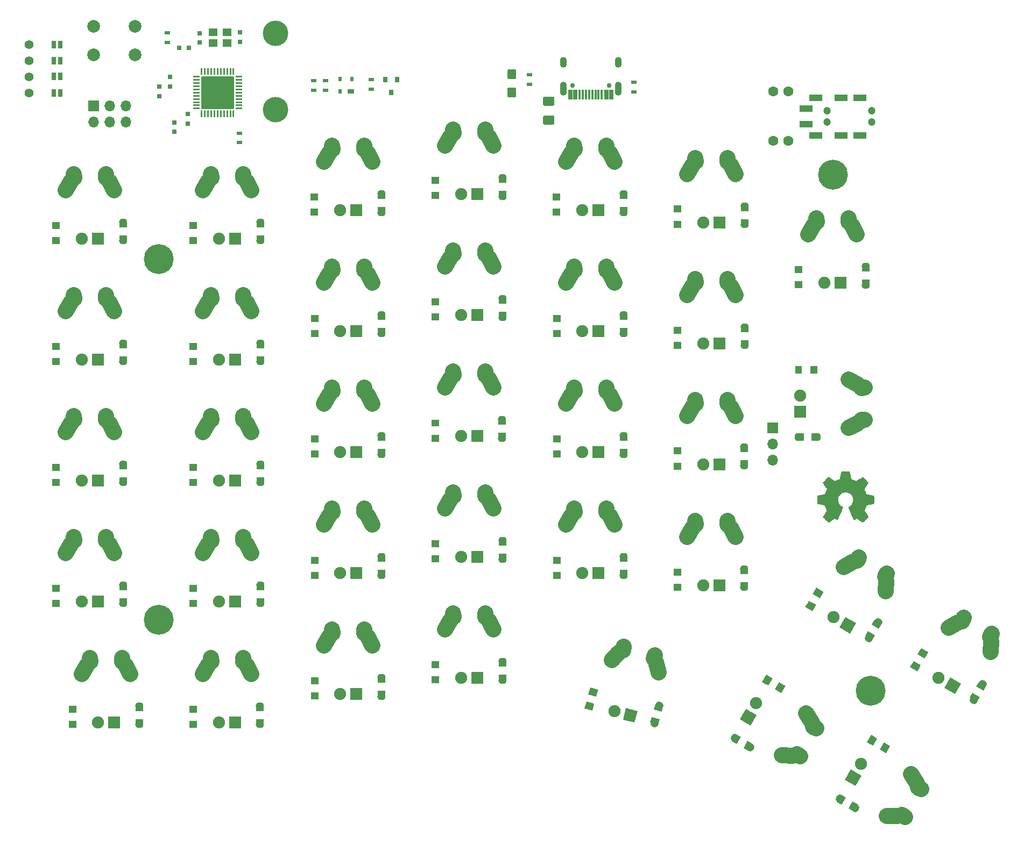
<source format=gbs>
G04 #@! TF.GenerationSoftware,KiCad,Pcbnew,(5.1.5)-3*
G04 #@! TF.CreationDate,2020-05-15T01:17:07+04:00*
G04 #@! TF.ProjectId,redox_rev2_ng-THT,7265646f-785f-4726-9576-325f6e672d54,2.0 NG*
G04 #@! TF.SameCoordinates,Original*
G04 #@! TF.FileFunction,Soldermask,Bot*
G04 #@! TF.FilePolarity,Negative*
%FSLAX46Y46*%
G04 Gerber Fmt 4.6, Leading zero omitted, Abs format (unit mm)*
G04 Created by KiCad (PCBNEW (5.1.5)-3) date 2020-05-15 01:17:07*
%MOMM*%
%LPD*%
G04 APERTURE LIST*
%ADD10C,0.010000*%
%ADD11C,2.000000*%
%ADD12C,1.905000*%
%ADD13C,0.100000*%
%ADD14C,2.500000*%
%ADD15R,1.905000X1.905000*%
%ADD16C,1.397000*%
%ADD17R,0.700000X1.550000*%
%ADD18R,0.400000X1.550000*%
%ADD19C,0.750000*%
%ADD20O,1.100000X2.200000*%
%ADD21O,1.100000X1.700000*%
%ADD22R,0.900000X0.500000*%
%ADD23R,0.800000X0.900000*%
%ADD24R,1.300000X0.900000*%
%ADD25O,1.300000X1.100000*%
%ADD26C,1.100000*%
%ADD27R,0.900000X1.300000*%
%ADD28O,1.100000X1.300000*%
%ADD29R,0.750000X0.800000*%
%ADD30R,1.300000X1.100000*%
%ADD31R,1.300000X0.700000*%
%ADD32R,1.100000X1.300000*%
%ADD33R,0.700000X1.300000*%
%ADD34R,0.635000X1.143000*%
%ADD35C,1.600000*%
%ADD36O,1.700000X1.700000*%
%ADD37R,1.700000X1.700000*%
%ADD38R,1.000000X0.700000*%
%ADD39R,0.600000X0.700000*%
%ADD40R,1.400000X1.200000*%
%ADD41R,0.800000X0.750000*%
%ADD42C,4.000000*%
%ADD43C,4.700400*%
%ADD44C,1.200000*%
%ADD45R,2.100000X1.000000*%
G04 APERTURE END LIST*
D10*
G36*
X209553464Y-109050427D02*
G01*
X209440882Y-109647618D01*
X209025469Y-109818865D01*
X208610055Y-109990112D01*
X208111698Y-109651233D01*
X207972131Y-109556877D01*
X207845971Y-109472630D01*
X207739104Y-109402338D01*
X207657417Y-109349847D01*
X207606798Y-109319004D01*
X207593013Y-109312353D01*
X207568179Y-109329458D01*
X207515111Y-109376744D01*
X207439759Y-109448172D01*
X207348070Y-109537700D01*
X207245992Y-109639289D01*
X207139473Y-109746898D01*
X207034463Y-109854487D01*
X206936908Y-109956015D01*
X206852757Y-110045441D01*
X206787959Y-110116726D01*
X206748462Y-110163828D01*
X206739019Y-110179592D01*
X206752608Y-110208653D01*
X206790706Y-110272321D01*
X206849306Y-110364367D01*
X206924402Y-110478564D01*
X207011991Y-110608684D01*
X207062745Y-110682901D01*
X207155254Y-110818422D01*
X207237459Y-110940716D01*
X207305369Y-111043695D01*
X207354999Y-111121273D01*
X207382359Y-111167361D01*
X207386470Y-111177047D01*
X207377150Y-111204574D01*
X207351745Y-111268728D01*
X207314088Y-111360490D01*
X207268013Y-111470839D01*
X207217353Y-111590755D01*
X207165940Y-111711219D01*
X207117610Y-111823209D01*
X207076193Y-111917707D01*
X207045525Y-111985692D01*
X207029438Y-112018143D01*
X207028488Y-112019420D01*
X207003227Y-112025617D01*
X206935954Y-112039440D01*
X206833639Y-112059532D01*
X206703258Y-112084534D01*
X206551783Y-112113086D01*
X206463406Y-112129551D01*
X206301547Y-112160369D01*
X206155350Y-112189694D01*
X206032212Y-112215921D01*
X205939530Y-112237446D01*
X205884698Y-112252665D01*
X205873676Y-112257493D01*
X205862881Y-112290174D01*
X205854170Y-112363985D01*
X205847539Y-112470292D01*
X205842981Y-112600467D01*
X205840490Y-112745876D01*
X205840061Y-112897890D01*
X205841688Y-113047877D01*
X205845364Y-113187206D01*
X205851084Y-113307245D01*
X205858842Y-113399365D01*
X205868631Y-113454932D01*
X205874503Y-113466500D01*
X205909600Y-113480365D01*
X205983971Y-113500188D01*
X206087776Y-113523639D01*
X206211180Y-113548391D01*
X206254258Y-113556398D01*
X206461952Y-113594441D01*
X206626015Y-113625079D01*
X206751869Y-113649529D01*
X206844934Y-113669009D01*
X206910632Y-113684736D01*
X206954382Y-113697928D01*
X206981607Y-113709804D01*
X206997727Y-113721580D01*
X206999982Y-113723908D01*
X207022496Y-113761400D01*
X207056841Y-113834365D01*
X207099588Y-113933867D01*
X207147307Y-114050973D01*
X207196569Y-114176748D01*
X207243944Y-114302257D01*
X207286004Y-114418565D01*
X207319319Y-114516739D01*
X207340458Y-114587843D01*
X207345994Y-114622942D01*
X207345533Y-114624172D01*
X207326776Y-114652861D01*
X207284223Y-114715985D01*
X207222346Y-114806973D01*
X207145617Y-114919255D01*
X207058508Y-115046260D01*
X207033701Y-115082353D01*
X206945247Y-115213203D01*
X206867411Y-115332591D01*
X206804433Y-115433662D01*
X206760554Y-115509559D01*
X206740014Y-115553427D01*
X206739019Y-115558817D01*
X206756277Y-115587144D01*
X206803964Y-115643261D01*
X206875949Y-115721137D01*
X206966102Y-115814740D01*
X207068294Y-115918041D01*
X207176394Y-116025006D01*
X207284271Y-116129606D01*
X207385795Y-116225809D01*
X207474837Y-116307584D01*
X207545266Y-116368900D01*
X207590952Y-116403726D01*
X207603590Y-116409412D01*
X207633008Y-116396020D01*
X207693238Y-116359899D01*
X207774470Y-116307136D01*
X207836969Y-116264667D01*
X207950214Y-116186740D01*
X208084325Y-116094984D01*
X208218844Y-116003375D01*
X208291166Y-115954346D01*
X208535961Y-115788770D01*
X208741449Y-115899875D01*
X208835063Y-115948548D01*
X208914669Y-115986381D01*
X208968532Y-116007958D01*
X208982242Y-116010961D01*
X208998729Y-115988793D01*
X209031254Y-115926149D01*
X209077391Y-115828809D01*
X209134709Y-115702549D01*
X209200783Y-115553150D01*
X209273184Y-115386388D01*
X209349483Y-115208042D01*
X209427253Y-115023891D01*
X209504065Y-114839712D01*
X209577493Y-114661285D01*
X209645107Y-114494387D01*
X209704479Y-114344797D01*
X209753183Y-114218293D01*
X209788789Y-114120654D01*
X209808869Y-114057657D01*
X209812099Y-114036021D01*
X209786503Y-114008424D01*
X209730461Y-113963625D01*
X209655688Y-113910934D01*
X209649412Y-113906765D01*
X209456154Y-113752069D01*
X209300325Y-113571591D01*
X209183275Y-113371102D01*
X209106354Y-113156374D01*
X209070913Y-112933177D01*
X209078302Y-112707281D01*
X209129872Y-112484459D01*
X209226973Y-112270479D01*
X209255541Y-112223664D01*
X209404131Y-112034618D01*
X209579672Y-111882812D01*
X209776089Y-111769034D01*
X209987306Y-111694075D01*
X210207246Y-111658722D01*
X210429836Y-111663767D01*
X210648998Y-111709999D01*
X210858657Y-111798206D01*
X211052738Y-111929179D01*
X211112773Y-111982337D01*
X211265564Y-112148739D01*
X211376902Y-112323912D01*
X211453276Y-112520266D01*
X211495812Y-112714717D01*
X211506313Y-112933342D01*
X211471299Y-113153052D01*
X211394326Y-113366420D01*
X211278952Y-113566022D01*
X211128734Y-113744429D01*
X210947226Y-113894217D01*
X210923372Y-113910006D01*
X210847798Y-113961712D01*
X210790348Y-114006512D01*
X210762882Y-114035117D01*
X210762482Y-114036021D01*
X210768379Y-114066964D01*
X210791754Y-114137191D01*
X210830178Y-114240925D01*
X210881222Y-114372390D01*
X210942457Y-114525807D01*
X211011455Y-114695401D01*
X211085786Y-114875393D01*
X211163021Y-115060008D01*
X211240731Y-115243468D01*
X211316488Y-115419996D01*
X211387862Y-115583814D01*
X211452425Y-115729147D01*
X211507747Y-115850217D01*
X211551399Y-115941247D01*
X211580953Y-115996460D01*
X211592855Y-116010961D01*
X211629222Y-115999669D01*
X211697269Y-115969385D01*
X211785263Y-115925520D01*
X211833649Y-115899875D01*
X212039136Y-115788770D01*
X212283931Y-115954346D01*
X212408893Y-116039170D01*
X212545704Y-116132516D01*
X212673911Y-116220408D01*
X212738128Y-116264667D01*
X212828448Y-116325318D01*
X212904928Y-116373381D01*
X212957592Y-116402770D01*
X212974697Y-116408982D01*
X212999594Y-116392223D01*
X213054694Y-116345436D01*
X213134656Y-116273480D01*
X213234139Y-116181212D01*
X213347799Y-116073490D01*
X213419684Y-116004326D01*
X213545448Y-115880757D01*
X213654136Y-115770234D01*
X213741354Y-115677485D01*
X213802710Y-115607237D01*
X213833808Y-115564220D01*
X213836791Y-115555490D01*
X213822946Y-115522284D01*
X213784687Y-115455142D01*
X213726258Y-115360863D01*
X213651902Y-115246245D01*
X213565864Y-115118083D01*
X213541397Y-115082353D01*
X213452245Y-114952489D01*
X213372261Y-114835569D01*
X213305919Y-114738162D01*
X213257688Y-114666839D01*
X213232042Y-114628170D01*
X213229564Y-114624172D01*
X213233270Y-114593355D01*
X213252938Y-114525599D01*
X213285139Y-114429839D01*
X213326444Y-114315009D01*
X213373424Y-114190044D01*
X213422650Y-114063879D01*
X213470691Y-113945448D01*
X213514118Y-113843685D01*
X213549503Y-113767526D01*
X213573415Y-113725904D01*
X213575115Y-113723908D01*
X213589737Y-113712013D01*
X213614434Y-113700250D01*
X213654627Y-113687401D01*
X213715736Y-113672249D01*
X213803182Y-113653576D01*
X213922387Y-113630165D01*
X214078772Y-113600797D01*
X214277756Y-113564255D01*
X214320839Y-113556398D01*
X214448529Y-113531727D01*
X214559846Y-113507593D01*
X214644954Y-113486324D01*
X214694016Y-113470248D01*
X214700594Y-113466500D01*
X214711435Y-113433273D01*
X214720246Y-113359021D01*
X214727023Y-113252376D01*
X214731759Y-113121967D01*
X214734449Y-112976427D01*
X214735086Y-112824386D01*
X214733665Y-112674476D01*
X214730179Y-112535328D01*
X214724623Y-112415572D01*
X214716991Y-112323841D01*
X214707277Y-112268766D01*
X214701421Y-112257493D01*
X214668819Y-112246123D01*
X214594581Y-112227624D01*
X214486103Y-112203602D01*
X214350782Y-112175662D01*
X214196014Y-112145408D01*
X214111692Y-112129551D01*
X213951703Y-112099644D01*
X213809032Y-112072550D01*
X213690651Y-112049631D01*
X213603534Y-112032243D01*
X213554654Y-112021747D01*
X213546609Y-112019420D01*
X213533012Y-111993186D01*
X213504270Y-111929995D01*
X213464214Y-111838877D01*
X213416675Y-111728857D01*
X213365484Y-111608965D01*
X213314473Y-111488227D01*
X213267473Y-111375671D01*
X213228315Y-111280326D01*
X213200830Y-111211217D01*
X213188850Y-111177374D01*
X213188627Y-111175895D01*
X213202208Y-111149197D01*
X213240284Y-111087760D01*
X213298852Y-110997689D01*
X213373911Y-110885090D01*
X213461459Y-110756070D01*
X213512352Y-110681961D01*
X213605090Y-110546077D01*
X213687458Y-110422709D01*
X213755438Y-110318097D01*
X213805011Y-110238483D01*
X213832157Y-110190107D01*
X213836078Y-110179262D01*
X213819224Y-110154020D01*
X213772631Y-110100124D01*
X213702251Y-110023613D01*
X213614034Y-109930523D01*
X213513934Y-109826895D01*
X213407901Y-109718764D01*
X213301888Y-109612170D01*
X213201847Y-109513150D01*
X213113729Y-109427742D01*
X213043486Y-109361985D01*
X212997071Y-109321916D01*
X212981543Y-109312353D01*
X212956260Y-109325800D01*
X212895788Y-109363575D01*
X212806007Y-109421835D01*
X212692796Y-109496734D01*
X212562036Y-109584425D01*
X212463400Y-109651233D01*
X211965042Y-109990112D01*
X211549629Y-109818865D01*
X211134215Y-109647618D01*
X211021633Y-109050427D01*
X210909050Y-108453235D01*
X209666047Y-108453235D01*
X209553464Y-109050427D01*
G37*
X209553464Y-109050427D02*
X209440882Y-109647618D01*
X209025469Y-109818865D01*
X208610055Y-109990112D01*
X208111698Y-109651233D01*
X207972131Y-109556877D01*
X207845971Y-109472630D01*
X207739104Y-109402338D01*
X207657417Y-109349847D01*
X207606798Y-109319004D01*
X207593013Y-109312353D01*
X207568179Y-109329458D01*
X207515111Y-109376744D01*
X207439759Y-109448172D01*
X207348070Y-109537700D01*
X207245992Y-109639289D01*
X207139473Y-109746898D01*
X207034463Y-109854487D01*
X206936908Y-109956015D01*
X206852757Y-110045441D01*
X206787959Y-110116726D01*
X206748462Y-110163828D01*
X206739019Y-110179592D01*
X206752608Y-110208653D01*
X206790706Y-110272321D01*
X206849306Y-110364367D01*
X206924402Y-110478564D01*
X207011991Y-110608684D01*
X207062745Y-110682901D01*
X207155254Y-110818422D01*
X207237459Y-110940716D01*
X207305369Y-111043695D01*
X207354999Y-111121273D01*
X207382359Y-111167361D01*
X207386470Y-111177047D01*
X207377150Y-111204574D01*
X207351745Y-111268728D01*
X207314088Y-111360490D01*
X207268013Y-111470839D01*
X207217353Y-111590755D01*
X207165940Y-111711219D01*
X207117610Y-111823209D01*
X207076193Y-111917707D01*
X207045525Y-111985692D01*
X207029438Y-112018143D01*
X207028488Y-112019420D01*
X207003227Y-112025617D01*
X206935954Y-112039440D01*
X206833639Y-112059532D01*
X206703258Y-112084534D01*
X206551783Y-112113086D01*
X206463406Y-112129551D01*
X206301547Y-112160369D01*
X206155350Y-112189694D01*
X206032212Y-112215921D01*
X205939530Y-112237446D01*
X205884698Y-112252665D01*
X205873676Y-112257493D01*
X205862881Y-112290174D01*
X205854170Y-112363985D01*
X205847539Y-112470292D01*
X205842981Y-112600467D01*
X205840490Y-112745876D01*
X205840061Y-112897890D01*
X205841688Y-113047877D01*
X205845364Y-113187206D01*
X205851084Y-113307245D01*
X205858842Y-113399365D01*
X205868631Y-113454932D01*
X205874503Y-113466500D01*
X205909600Y-113480365D01*
X205983971Y-113500188D01*
X206087776Y-113523639D01*
X206211180Y-113548391D01*
X206254258Y-113556398D01*
X206461952Y-113594441D01*
X206626015Y-113625079D01*
X206751869Y-113649529D01*
X206844934Y-113669009D01*
X206910632Y-113684736D01*
X206954382Y-113697928D01*
X206981607Y-113709804D01*
X206997727Y-113721580D01*
X206999982Y-113723908D01*
X207022496Y-113761400D01*
X207056841Y-113834365D01*
X207099588Y-113933867D01*
X207147307Y-114050973D01*
X207196569Y-114176748D01*
X207243944Y-114302257D01*
X207286004Y-114418565D01*
X207319319Y-114516739D01*
X207340458Y-114587843D01*
X207345994Y-114622942D01*
X207345533Y-114624172D01*
X207326776Y-114652861D01*
X207284223Y-114715985D01*
X207222346Y-114806973D01*
X207145617Y-114919255D01*
X207058508Y-115046260D01*
X207033701Y-115082353D01*
X206945247Y-115213203D01*
X206867411Y-115332591D01*
X206804433Y-115433662D01*
X206760554Y-115509559D01*
X206740014Y-115553427D01*
X206739019Y-115558817D01*
X206756277Y-115587144D01*
X206803964Y-115643261D01*
X206875949Y-115721137D01*
X206966102Y-115814740D01*
X207068294Y-115918041D01*
X207176394Y-116025006D01*
X207284271Y-116129606D01*
X207385795Y-116225809D01*
X207474837Y-116307584D01*
X207545266Y-116368900D01*
X207590952Y-116403726D01*
X207603590Y-116409412D01*
X207633008Y-116396020D01*
X207693238Y-116359899D01*
X207774470Y-116307136D01*
X207836969Y-116264667D01*
X207950214Y-116186740D01*
X208084325Y-116094984D01*
X208218844Y-116003375D01*
X208291166Y-115954346D01*
X208535961Y-115788770D01*
X208741449Y-115899875D01*
X208835063Y-115948548D01*
X208914669Y-115986381D01*
X208968532Y-116007958D01*
X208982242Y-116010961D01*
X208998729Y-115988793D01*
X209031254Y-115926149D01*
X209077391Y-115828809D01*
X209134709Y-115702549D01*
X209200783Y-115553150D01*
X209273184Y-115386388D01*
X209349483Y-115208042D01*
X209427253Y-115023891D01*
X209504065Y-114839712D01*
X209577493Y-114661285D01*
X209645107Y-114494387D01*
X209704479Y-114344797D01*
X209753183Y-114218293D01*
X209788789Y-114120654D01*
X209808869Y-114057657D01*
X209812099Y-114036021D01*
X209786503Y-114008424D01*
X209730461Y-113963625D01*
X209655688Y-113910934D01*
X209649412Y-113906765D01*
X209456154Y-113752069D01*
X209300325Y-113571591D01*
X209183275Y-113371102D01*
X209106354Y-113156374D01*
X209070913Y-112933177D01*
X209078302Y-112707281D01*
X209129872Y-112484459D01*
X209226973Y-112270479D01*
X209255541Y-112223664D01*
X209404131Y-112034618D01*
X209579672Y-111882812D01*
X209776089Y-111769034D01*
X209987306Y-111694075D01*
X210207246Y-111658722D01*
X210429836Y-111663767D01*
X210648998Y-111709999D01*
X210858657Y-111798206D01*
X211052738Y-111929179D01*
X211112773Y-111982337D01*
X211265564Y-112148739D01*
X211376902Y-112323912D01*
X211453276Y-112520266D01*
X211495812Y-112714717D01*
X211506313Y-112933342D01*
X211471299Y-113153052D01*
X211394326Y-113366420D01*
X211278952Y-113566022D01*
X211128734Y-113744429D01*
X210947226Y-113894217D01*
X210923372Y-113910006D01*
X210847798Y-113961712D01*
X210790348Y-114006512D01*
X210762882Y-114035117D01*
X210762482Y-114036021D01*
X210768379Y-114066964D01*
X210791754Y-114137191D01*
X210830178Y-114240925D01*
X210881222Y-114372390D01*
X210942457Y-114525807D01*
X211011455Y-114695401D01*
X211085786Y-114875393D01*
X211163021Y-115060008D01*
X211240731Y-115243468D01*
X211316488Y-115419996D01*
X211387862Y-115583814D01*
X211452425Y-115729147D01*
X211507747Y-115850217D01*
X211551399Y-115941247D01*
X211580953Y-115996460D01*
X211592855Y-116010961D01*
X211629222Y-115999669D01*
X211697269Y-115969385D01*
X211785263Y-115925520D01*
X211833649Y-115899875D01*
X212039136Y-115788770D01*
X212283931Y-115954346D01*
X212408893Y-116039170D01*
X212545704Y-116132516D01*
X212673911Y-116220408D01*
X212738128Y-116264667D01*
X212828448Y-116325318D01*
X212904928Y-116373381D01*
X212957592Y-116402770D01*
X212974697Y-116408982D01*
X212999594Y-116392223D01*
X213054694Y-116345436D01*
X213134656Y-116273480D01*
X213234139Y-116181212D01*
X213347799Y-116073490D01*
X213419684Y-116004326D01*
X213545448Y-115880757D01*
X213654136Y-115770234D01*
X213741354Y-115677485D01*
X213802710Y-115607237D01*
X213833808Y-115564220D01*
X213836791Y-115555490D01*
X213822946Y-115522284D01*
X213784687Y-115455142D01*
X213726258Y-115360863D01*
X213651902Y-115246245D01*
X213565864Y-115118083D01*
X213541397Y-115082353D01*
X213452245Y-114952489D01*
X213372261Y-114835569D01*
X213305919Y-114738162D01*
X213257688Y-114666839D01*
X213232042Y-114628170D01*
X213229564Y-114624172D01*
X213233270Y-114593355D01*
X213252938Y-114525599D01*
X213285139Y-114429839D01*
X213326444Y-114315009D01*
X213373424Y-114190044D01*
X213422650Y-114063879D01*
X213470691Y-113945448D01*
X213514118Y-113843685D01*
X213549503Y-113767526D01*
X213573415Y-113725904D01*
X213575115Y-113723908D01*
X213589737Y-113712013D01*
X213614434Y-113700250D01*
X213654627Y-113687401D01*
X213715736Y-113672249D01*
X213803182Y-113653576D01*
X213922387Y-113630165D01*
X214078772Y-113600797D01*
X214277756Y-113564255D01*
X214320839Y-113556398D01*
X214448529Y-113531727D01*
X214559846Y-113507593D01*
X214644954Y-113486324D01*
X214694016Y-113470248D01*
X214700594Y-113466500D01*
X214711435Y-113433273D01*
X214720246Y-113359021D01*
X214727023Y-113252376D01*
X214731759Y-113121967D01*
X214734449Y-112976427D01*
X214735086Y-112824386D01*
X214733665Y-112674476D01*
X214730179Y-112535328D01*
X214724623Y-112415572D01*
X214716991Y-112323841D01*
X214707277Y-112268766D01*
X214701421Y-112257493D01*
X214668819Y-112246123D01*
X214594581Y-112227624D01*
X214486103Y-112203602D01*
X214350782Y-112175662D01*
X214196014Y-112145408D01*
X214111692Y-112129551D01*
X213951703Y-112099644D01*
X213809032Y-112072550D01*
X213690651Y-112049631D01*
X213603534Y-112032243D01*
X213554654Y-112021747D01*
X213546609Y-112019420D01*
X213533012Y-111993186D01*
X213504270Y-111929995D01*
X213464214Y-111838877D01*
X213416675Y-111728857D01*
X213365484Y-111608965D01*
X213314473Y-111488227D01*
X213267473Y-111375671D01*
X213228315Y-111280326D01*
X213200830Y-111211217D01*
X213188850Y-111177374D01*
X213188627Y-111175895D01*
X213202208Y-111149197D01*
X213240284Y-111087760D01*
X213298852Y-110997689D01*
X213373911Y-110885090D01*
X213461459Y-110756070D01*
X213512352Y-110681961D01*
X213605090Y-110546077D01*
X213687458Y-110422709D01*
X213755438Y-110318097D01*
X213805011Y-110238483D01*
X213832157Y-110190107D01*
X213836078Y-110179262D01*
X213819224Y-110154020D01*
X213772631Y-110100124D01*
X213702251Y-110023613D01*
X213614034Y-109930523D01*
X213513934Y-109826895D01*
X213407901Y-109718764D01*
X213301888Y-109612170D01*
X213201847Y-109513150D01*
X213113729Y-109427742D01*
X213043486Y-109361985D01*
X212997071Y-109321916D01*
X212981543Y-109312353D01*
X212956260Y-109325800D01*
X212895788Y-109363575D01*
X212806007Y-109421835D01*
X212692796Y-109496734D01*
X212562036Y-109584425D01*
X212463400Y-109651233D01*
X211965042Y-109990112D01*
X211549629Y-109818865D01*
X211134215Y-109647618D01*
X211021633Y-109050427D01*
X210909050Y-108453235D01*
X209666047Y-108453235D01*
X209553464Y-109050427D01*
D11*
X92000000Y-38300000D03*
X92000000Y-42800000D03*
X98500000Y-38300000D03*
X98500000Y-42800000D03*
D12*
X196260591Y-144950148D03*
D13*
G36*
X194641952Y-145848713D02*
G01*
X196291730Y-146801213D01*
X195339230Y-148450991D01*
X193689452Y-147498491D01*
X194641952Y-145848713D01*
G37*
D14*
X205693690Y-148930198D02*
X205172834Y-148675034D01*
X201989288Y-153187660D02*
X200319518Y-153159972D01*
X204988835Y-147992294D02*
X204129971Y-146560074D01*
X203153966Y-153329130D02*
X202672558Y-153005638D01*
D12*
X203200000Y-96520000D03*
D15*
X203200000Y-99060000D03*
D14*
X213359328Y-95250276D02*
X212780672Y-95289724D01*
X212279954Y-100789547D02*
X210820046Y-101600453D01*
X212279954Y-94790453D02*
X210820046Y-93979547D01*
X213359328Y-100329724D02*
X212780672Y-100290276D01*
D12*
X212770591Y-154475148D03*
D13*
G36*
X211151952Y-155373713D02*
G01*
X212801730Y-156326213D01*
X211849230Y-157975991D01*
X210199452Y-157023491D01*
X211151952Y-155373713D01*
G37*
D14*
X222203690Y-158455198D02*
X221682834Y-158200034D01*
X218499288Y-162712660D02*
X216829518Y-162684972D01*
X221498835Y-157517294D02*
X220639971Y-156085074D01*
X219663966Y-162854130D02*
X219182558Y-162530638D01*
D15*
X92710000Y-71755000D03*
D12*
X90170000Y-71755000D03*
D14*
X93979724Y-61595672D02*
X93940276Y-62174328D01*
X88440453Y-62675046D02*
X87629547Y-64134954D01*
X94439547Y-62675046D02*
X95250453Y-64134954D01*
X88900276Y-61595672D02*
X88939724Y-62174328D01*
D15*
X92710000Y-90805000D03*
D12*
X90170000Y-90805000D03*
D14*
X93979724Y-80645672D02*
X93940276Y-81224328D01*
X88440453Y-81725046D02*
X87629547Y-83184954D01*
X94439547Y-81725046D02*
X95250453Y-83184954D01*
X88900276Y-80645672D02*
X88939724Y-81224328D01*
D15*
X92710000Y-109855000D03*
D12*
X90170000Y-109855000D03*
D14*
X93979724Y-99695672D02*
X93940276Y-100274328D01*
X88440453Y-100775046D02*
X87629547Y-102234954D01*
X94439547Y-100775046D02*
X95250453Y-102234954D01*
X88900276Y-99695672D02*
X88939724Y-100274328D01*
D15*
X92710000Y-128905000D03*
D12*
X90170000Y-128905000D03*
D14*
X93979724Y-118745672D02*
X93940276Y-119324328D01*
X88440453Y-119825046D02*
X87629547Y-121284954D01*
X94439547Y-119825046D02*
X95250453Y-121284954D01*
X88900276Y-118745672D02*
X88939724Y-119324328D01*
D13*
G36*
X175275356Y-147514122D02*
G01*
X175768406Y-145674034D01*
X177608494Y-146167084D01*
X177115444Y-148007172D01*
X175275356Y-147514122D01*
G37*
D12*
X173988473Y-146183203D03*
D14*
X180297812Y-137356074D02*
X180109940Y-137904804D01*
X174667925Y-136965002D02*
X173506797Y-138165286D01*
X180462604Y-138517681D02*
X180868028Y-140137721D01*
X175391441Y-136041416D02*
X175279779Y-136610566D01*
D16*
X81800000Y-41200000D03*
X81800000Y-43740000D03*
X81800000Y-46280000D03*
X81800000Y-48820000D03*
D17*
X173425000Y-49095000D03*
X166975000Y-49095000D03*
X172650000Y-49095000D03*
X167750000Y-49095000D03*
D18*
X168450000Y-49095000D03*
X171950000Y-49095000D03*
X168950000Y-49095000D03*
X171450000Y-49095000D03*
X169450000Y-49095000D03*
X170950000Y-49095000D03*
X170450000Y-49095000D03*
X169950000Y-49095000D03*
D19*
X173090000Y-47650000D03*
D20*
X165880000Y-48180000D03*
X174520000Y-48180000D03*
D21*
X165880000Y-44000000D03*
X174520000Y-44000000D03*
D19*
X167310000Y-47650000D03*
D15*
X133350000Y-67310000D03*
D12*
X130810000Y-67310000D03*
D14*
X134619724Y-57150672D02*
X134580276Y-57729328D01*
X129080453Y-58230046D02*
X128269547Y-59689954D01*
X135079547Y-58230046D02*
X135890453Y-59689954D01*
X129540276Y-57150672D02*
X129579724Y-57729328D01*
D15*
X190500000Y-69215000D03*
D12*
X187960000Y-69215000D03*
D14*
X191769724Y-59055672D02*
X191730276Y-59634328D01*
X186230453Y-60135046D02*
X185419547Y-61594954D01*
X192229547Y-60135046D02*
X193040453Y-61594954D01*
X186690276Y-59055672D02*
X186729724Y-59634328D01*
D15*
X114300000Y-71755000D03*
D12*
X111760000Y-71755000D03*
D14*
X115569724Y-61595672D02*
X115530276Y-62174328D01*
X110030453Y-62675046D02*
X109219547Y-64134954D01*
X116029547Y-62675046D02*
X116840453Y-64134954D01*
X110490276Y-61595672D02*
X110529724Y-62174328D01*
D15*
X95250000Y-147955000D03*
D12*
X92710000Y-147955000D03*
D14*
X96519724Y-137795672D02*
X96480276Y-138374328D01*
X90980453Y-138875046D02*
X90169547Y-140334954D01*
X96979547Y-138875046D02*
X97790453Y-140334954D01*
X91440276Y-137795672D02*
X91479724Y-138374328D01*
D15*
X114300000Y-90805000D03*
D12*
X111760000Y-90805000D03*
D14*
X115569724Y-80645672D02*
X115530276Y-81224328D01*
X110030453Y-81725046D02*
X109219547Y-83184954D01*
X116029547Y-81725046D02*
X116840453Y-83184954D01*
X110490276Y-80645672D02*
X110529724Y-81224328D01*
D15*
X114300000Y-109855000D03*
D12*
X111760000Y-109855000D03*
D14*
X115569724Y-99695672D02*
X115530276Y-100274328D01*
X110030453Y-100775046D02*
X109219547Y-102234954D01*
X116029547Y-100775046D02*
X116840453Y-102234954D01*
X110490276Y-99695672D02*
X110529724Y-100274328D01*
D15*
X114300000Y-128905000D03*
D12*
X111760000Y-128905000D03*
D14*
X115569724Y-118745672D02*
X115530276Y-119324328D01*
X110030453Y-119825046D02*
X109219547Y-121284954D01*
X116029547Y-119825046D02*
X116840453Y-121284954D01*
X110490276Y-118745672D02*
X110529724Y-119324328D01*
D15*
X114300000Y-147955000D03*
D12*
X111760000Y-147955000D03*
D14*
X115569724Y-137795672D02*
X115530276Y-138374328D01*
X110030453Y-138875046D02*
X109219547Y-140334954D01*
X116029547Y-138875046D02*
X116840453Y-140334954D01*
X110490276Y-137795672D02*
X110529724Y-138374328D01*
D15*
X133350000Y-86360000D03*
D12*
X130810000Y-86360000D03*
D14*
X134619724Y-76200672D02*
X134580276Y-76779328D01*
X129080453Y-77280046D02*
X128269547Y-78739954D01*
X135079547Y-77280046D02*
X135890453Y-78739954D01*
X129540276Y-76200672D02*
X129579724Y-76779328D01*
D15*
X133350000Y-105410000D03*
D12*
X130810000Y-105410000D03*
D14*
X134619724Y-95250672D02*
X134580276Y-95829328D01*
X129080453Y-96330046D02*
X128269547Y-97789954D01*
X135079547Y-96330046D02*
X135890453Y-97789954D01*
X129540276Y-95250672D02*
X129579724Y-95829328D01*
D15*
X133350000Y-124460000D03*
D12*
X130810000Y-124460000D03*
D14*
X134619724Y-114300672D02*
X134580276Y-114879328D01*
X129080453Y-115380046D02*
X128269547Y-116839954D01*
X135079547Y-115380046D02*
X135890453Y-116839954D01*
X129540276Y-114300672D02*
X129579724Y-114879328D01*
D15*
X133350000Y-143510000D03*
D12*
X130810000Y-143510000D03*
D14*
X134619724Y-133350672D02*
X134580276Y-133929328D01*
X129080453Y-134430046D02*
X128269547Y-135889954D01*
X135079547Y-134430046D02*
X135890453Y-135889954D01*
X129540276Y-133350672D02*
X129579724Y-133929328D01*
D15*
X152400000Y-64770000D03*
D12*
X149860000Y-64770000D03*
D14*
X153669724Y-54610672D02*
X153630276Y-55189328D01*
X148130453Y-55690046D02*
X147319547Y-57149954D01*
X154129547Y-55690046D02*
X154940453Y-57149954D01*
X148590276Y-54610672D02*
X148629724Y-55189328D01*
D15*
X152400000Y-83820000D03*
D12*
X149860000Y-83820000D03*
D14*
X153669724Y-73660672D02*
X153630276Y-74239328D01*
X148130453Y-74740046D02*
X147319547Y-76199954D01*
X154129547Y-74740046D02*
X154940453Y-76199954D01*
X148590276Y-73660672D02*
X148629724Y-74239328D01*
D15*
X152400000Y-102870000D03*
D12*
X149860000Y-102870000D03*
D14*
X153669724Y-92710672D02*
X153630276Y-93289328D01*
X148130453Y-93790046D02*
X147319547Y-95249954D01*
X154129547Y-93790046D02*
X154940453Y-95249954D01*
X148590276Y-92710672D02*
X148629724Y-93289328D01*
D15*
X152400000Y-121920000D03*
D12*
X149860000Y-121920000D03*
D14*
X153669724Y-111760672D02*
X153630276Y-112339328D01*
X148130453Y-112840046D02*
X147319547Y-114299954D01*
X154129547Y-112840046D02*
X154940453Y-114299954D01*
X148590276Y-111760672D02*
X148629724Y-112339328D01*
D15*
X152400000Y-140970000D03*
D12*
X149860000Y-140970000D03*
D14*
X153669724Y-130810672D02*
X153630276Y-131389328D01*
X148130453Y-131890046D02*
X147319547Y-133349954D01*
X154129547Y-131890046D02*
X154940453Y-133349954D01*
X148590276Y-130810672D02*
X148629724Y-131389328D01*
D15*
X171450000Y-67310000D03*
D12*
X168910000Y-67310000D03*
D14*
X172719724Y-57150672D02*
X172680276Y-57729328D01*
X167180453Y-58230046D02*
X166369547Y-59689954D01*
X173179547Y-58230046D02*
X173990453Y-59689954D01*
X167640276Y-57150672D02*
X167679724Y-57729328D01*
D15*
X171450000Y-86360000D03*
D12*
X168910000Y-86360000D03*
D14*
X172719724Y-76200672D02*
X172680276Y-76779328D01*
X167180453Y-77280046D02*
X166369547Y-78739954D01*
X173179547Y-77280046D02*
X173990453Y-78739954D01*
X167640276Y-76200672D02*
X167679724Y-76779328D01*
D15*
X171450000Y-105410000D03*
D12*
X168910000Y-105410000D03*
D14*
X172719724Y-95250672D02*
X172680276Y-95829328D01*
X167180453Y-96330046D02*
X166369547Y-97789954D01*
X173179547Y-96330046D02*
X173990453Y-97789954D01*
X167640276Y-95250672D02*
X167679724Y-95829328D01*
D15*
X171450000Y-124460000D03*
D12*
X168910000Y-124460000D03*
D14*
X172719724Y-114300672D02*
X172680276Y-114879328D01*
X167180453Y-115380046D02*
X166369547Y-116839954D01*
X173179547Y-115380046D02*
X173990453Y-116839954D01*
X167640276Y-114300672D02*
X167679724Y-114879328D01*
D15*
X190500000Y-88265000D03*
D12*
X187960000Y-88265000D03*
D14*
X191769724Y-78105672D02*
X191730276Y-78684328D01*
X186230453Y-79185046D02*
X185419547Y-80644954D01*
X192229547Y-79185046D02*
X193040453Y-80644954D01*
X186690276Y-78105672D02*
X186729724Y-78684328D01*
D15*
X190500000Y-107315000D03*
D12*
X187960000Y-107315000D03*
D14*
X191769724Y-97155672D02*
X191730276Y-97734328D01*
X186230453Y-98235046D02*
X185419547Y-99694954D01*
X192229547Y-98235046D02*
X193040453Y-99694954D01*
X186690276Y-97155672D02*
X186729724Y-97734328D01*
D15*
X190500000Y-126365000D03*
D12*
X187960000Y-126365000D03*
D14*
X191769724Y-116205672D02*
X191730276Y-116784328D01*
X186230453Y-117285046D02*
X185419547Y-118744954D01*
X192229547Y-117285046D02*
X193040453Y-118744954D01*
X186690276Y-116205672D02*
X186729724Y-116784328D01*
D15*
X209550000Y-78740000D03*
D12*
X207010000Y-78740000D03*
D14*
X210819724Y-68580672D02*
X210780276Y-69159328D01*
X205280453Y-69660046D02*
X204469547Y-71119954D01*
X211279547Y-69660046D02*
X212090453Y-71119954D01*
X205740276Y-68580672D02*
X205779724Y-69159328D01*
D13*
G36*
X209348713Y-133018048D02*
G01*
X210301213Y-131368270D01*
X211950991Y-132320770D01*
X210998491Y-133970548D01*
X209348713Y-133018048D01*
G37*
D12*
X208450148Y-131399409D03*
D14*
X216829130Y-124506034D02*
X216505638Y-124987442D01*
X211492294Y-122671165D02*
X210060074Y-123530029D01*
X216687660Y-125670712D02*
X216659972Y-127340482D01*
X212430198Y-121966310D02*
X212175034Y-122487166D01*
D13*
G36*
X225858713Y-142543048D02*
G01*
X226811213Y-140893270D01*
X228460991Y-141845770D01*
X227508491Y-143495548D01*
X225858713Y-142543048D01*
G37*
D12*
X224960148Y-140924409D03*
D14*
X233339130Y-134031034D02*
X233015638Y-134512442D01*
X228002294Y-132196165D02*
X226570074Y-133055029D01*
X233197660Y-135195712D02*
X233169972Y-136865482D01*
X228940198Y-131491310D02*
X228685034Y-132012166D01*
D22*
X135700000Y-48250000D03*
X135700000Y-46750000D03*
D23*
X138800000Y-48750000D03*
X139750000Y-46750000D03*
X137850000Y-46750000D03*
D24*
X96647000Y-71662000D03*
X96647000Y-69562000D03*
D25*
X96647000Y-72112000D03*
X96647000Y-69112000D03*
D24*
X96647000Y-90712000D03*
X96647000Y-88612000D03*
D25*
X96647000Y-91162000D03*
X96647000Y-88162000D03*
D24*
X96647000Y-109762000D03*
X96647000Y-107662000D03*
D25*
X96647000Y-110212000D03*
X96647000Y-107212000D03*
D24*
X96647000Y-128812000D03*
X96647000Y-126712000D03*
D25*
X96647000Y-129262000D03*
X96647000Y-126262000D03*
D24*
X99187000Y-147862000D03*
X99187000Y-145762000D03*
D25*
X99187000Y-148312000D03*
X99187000Y-145312000D03*
D24*
X118237000Y-71662000D03*
X118237000Y-69562000D03*
D25*
X118237000Y-72112000D03*
X118237000Y-69112000D03*
D24*
X118237000Y-90712000D03*
X118237000Y-88612000D03*
D25*
X118237000Y-91162000D03*
X118237000Y-88162000D03*
D24*
X118237000Y-109762000D03*
X118237000Y-107662000D03*
D25*
X118237000Y-110212000D03*
X118237000Y-107212000D03*
D24*
X118237000Y-128812000D03*
X118237000Y-126712000D03*
D25*
X118237000Y-129262000D03*
X118237000Y-126262000D03*
D24*
X118200000Y-147862000D03*
X118200000Y-145762000D03*
D25*
X118200000Y-148312000D03*
X118200000Y-145312000D03*
D24*
X137300000Y-67217000D03*
X137300000Y-65117000D03*
D25*
X137300000Y-67667000D03*
X137300000Y-64667000D03*
D24*
X137300000Y-86267000D03*
X137300000Y-84167000D03*
D25*
X137300000Y-86717000D03*
X137300000Y-83717000D03*
D24*
X137287000Y-105317000D03*
X137287000Y-103217000D03*
D25*
X137287000Y-105767000D03*
X137287000Y-102767000D03*
D24*
X137287000Y-124367000D03*
X137287000Y-122267000D03*
D25*
X137287000Y-124817000D03*
X137287000Y-121817000D03*
D24*
X137287000Y-143417000D03*
X137287000Y-141317000D03*
D25*
X137287000Y-143867000D03*
X137287000Y-140867000D03*
D24*
X156337000Y-64677000D03*
X156337000Y-62577000D03*
D25*
X156337000Y-65127000D03*
X156337000Y-62127000D03*
D24*
X156337000Y-83727000D03*
X156337000Y-81627000D03*
D25*
X156337000Y-84177000D03*
X156337000Y-81177000D03*
D24*
X156300000Y-102777000D03*
X156300000Y-100677000D03*
D25*
X156300000Y-103227000D03*
X156300000Y-100227000D03*
D24*
X156337000Y-121827000D03*
X156337000Y-119727000D03*
D25*
X156337000Y-122277000D03*
X156337000Y-119277000D03*
D24*
X156337000Y-140877000D03*
X156337000Y-138777000D03*
D25*
X156337000Y-141327000D03*
X156337000Y-138327000D03*
D24*
X175387000Y-67217000D03*
X175387000Y-65117000D03*
D25*
X175387000Y-67667000D03*
X175387000Y-64667000D03*
D24*
X175387000Y-86267000D03*
X175387000Y-84167000D03*
D25*
X175387000Y-86717000D03*
X175387000Y-83717000D03*
D24*
X175387000Y-105317000D03*
X175387000Y-103217000D03*
D25*
X175387000Y-105767000D03*
X175387000Y-102767000D03*
D24*
X175400000Y-124367000D03*
X175400000Y-122267000D03*
D25*
X175400000Y-124817000D03*
X175400000Y-121817000D03*
D13*
G36*
X179810857Y-147096323D02*
G01*
X181066560Y-147432788D01*
X180833623Y-148302121D01*
X179577920Y-147965656D01*
X179810857Y-147096323D01*
G37*
G36*
X180354377Y-145067879D02*
G01*
X181610080Y-145404344D01*
X181377143Y-146273677D01*
X180121440Y-145937212D01*
X180354377Y-145067879D01*
G37*
D26*
X180302364Y-148159771D02*
X180109178Y-148108007D01*
X181078822Y-145261993D02*
X180885636Y-145210229D01*
D24*
X194437000Y-69122000D03*
X194437000Y-67022000D03*
D25*
X194437000Y-69572000D03*
X194437000Y-66572000D03*
D24*
X194437000Y-88172000D03*
X194437000Y-86072000D03*
D25*
X194437000Y-88622000D03*
X194437000Y-85622000D03*
D24*
X194400000Y-107095000D03*
X194400000Y-104995000D03*
D25*
X194400000Y-107545000D03*
X194400000Y-104545000D03*
D24*
X194400000Y-126272000D03*
X194400000Y-124172000D03*
D25*
X194400000Y-126722000D03*
X194400000Y-123722000D03*
D13*
G36*
X193861384Y-150267083D02*
G01*
X193211384Y-151392917D01*
X192431962Y-150942917D01*
X193081962Y-149817083D01*
X193861384Y-150267083D01*
G37*
G36*
X195680038Y-151317083D02*
G01*
X195030038Y-152442917D01*
X194250616Y-151992917D01*
X194900616Y-150867083D01*
X195680038Y-151317083D01*
G37*
D26*
X192706962Y-150466603D02*
X192806962Y-150293397D01*
X195305038Y-151966603D02*
X195405038Y-151793397D01*
D24*
X213487000Y-78647000D03*
X213487000Y-76547000D03*
D25*
X213487000Y-79097000D03*
X213487000Y-76097000D03*
D27*
X203293000Y-102997000D03*
X205393000Y-102997000D03*
D28*
X202843000Y-102997000D03*
X205843000Y-102997000D03*
D13*
G36*
X213837083Y-133594616D02*
G01*
X214962917Y-134244616D01*
X214512917Y-135024038D01*
X213387083Y-134374038D01*
X213837083Y-133594616D01*
G37*
G36*
X214887083Y-131775962D02*
G01*
X216012917Y-132425962D01*
X215562917Y-133205384D01*
X214437083Y-132555384D01*
X214887083Y-131775962D01*
G37*
D26*
X214036603Y-134749038D02*
X213863397Y-134649038D01*
X215536603Y-132150962D02*
X215363397Y-132050962D01*
D13*
G36*
X230277083Y-143323616D02*
G01*
X231402917Y-143973616D01*
X230952917Y-144753038D01*
X229827083Y-144103038D01*
X230277083Y-143323616D01*
G37*
G36*
X231327083Y-141504962D02*
G01*
X232452917Y-142154962D01*
X232002917Y-142934384D01*
X230877083Y-142284384D01*
X231327083Y-141504962D01*
G37*
D26*
X230476603Y-144478038D02*
X230303397Y-144378038D01*
X231976603Y-141879962D02*
X231803397Y-141779962D01*
D13*
G36*
X210371384Y-159792083D02*
G01*
X209721384Y-160917917D01*
X208941962Y-160467917D01*
X209591962Y-159342083D01*
X210371384Y-159792083D01*
G37*
G36*
X212190038Y-160842083D02*
G01*
X211540038Y-161967917D01*
X210760616Y-161517917D01*
X211410616Y-160392083D01*
X212190038Y-160842083D01*
G37*
D26*
X209216962Y-159991603D02*
X209316962Y-159818397D01*
X211815038Y-161491603D02*
X211915038Y-161318397D01*
D29*
X104700000Y-53450000D03*
X104700000Y-54950000D03*
D30*
X86106000Y-69716000D03*
X86106000Y-72016000D03*
D31*
X86106000Y-69466000D03*
X86106000Y-72266000D03*
D30*
X86100000Y-88750000D03*
X86100000Y-91050000D03*
D31*
X86100000Y-88500000D03*
X86100000Y-91300000D03*
D30*
X86100000Y-107850000D03*
X86100000Y-110150000D03*
D31*
X86100000Y-107600000D03*
X86100000Y-110400000D03*
D30*
X86100000Y-126850000D03*
X86100000Y-129150000D03*
D31*
X86100000Y-126600000D03*
X86100000Y-129400000D03*
D30*
X88700000Y-145950000D03*
X88700000Y-148250000D03*
D31*
X88700000Y-145700000D03*
X88700000Y-148500000D03*
D30*
X107696000Y-69716000D03*
X107696000Y-72016000D03*
D31*
X107696000Y-69466000D03*
X107696000Y-72266000D03*
D30*
X107700000Y-88800000D03*
X107700000Y-91100000D03*
D31*
X107700000Y-88550000D03*
X107700000Y-91350000D03*
D30*
X107700000Y-107850000D03*
X107700000Y-110150000D03*
D31*
X107700000Y-107600000D03*
X107700000Y-110400000D03*
D30*
X107700000Y-126850000D03*
X107700000Y-129150000D03*
D31*
X107700000Y-126600000D03*
X107700000Y-129400000D03*
D30*
X107700000Y-145900000D03*
X107700000Y-148200000D03*
D31*
X107700000Y-145650000D03*
X107700000Y-148450000D03*
D30*
X126746000Y-65250000D03*
X126746000Y-67550000D03*
D31*
X126746000Y-65000000D03*
X126746000Y-67800000D03*
D30*
X126800000Y-84350000D03*
X126800000Y-86650000D03*
D31*
X126800000Y-84100000D03*
X126800000Y-86900000D03*
D30*
X126800000Y-103350000D03*
X126800000Y-105650000D03*
D31*
X126800000Y-103100000D03*
X126800000Y-105900000D03*
D30*
X126800000Y-122450000D03*
X126800000Y-124750000D03*
D31*
X126800000Y-122200000D03*
X126800000Y-125000000D03*
D30*
X126800000Y-141450000D03*
X126800000Y-143750000D03*
D31*
X126800000Y-141200000D03*
X126800000Y-144000000D03*
D30*
X145796000Y-62604000D03*
X145796000Y-64904000D03*
D31*
X145796000Y-62354000D03*
X145796000Y-65154000D03*
D30*
X145800000Y-81750000D03*
X145800000Y-84050000D03*
D31*
X145800000Y-81500000D03*
X145800000Y-84300000D03*
D30*
X145800000Y-100850000D03*
X145800000Y-103150000D03*
D31*
X145800000Y-100600000D03*
X145800000Y-103400000D03*
D30*
X145800000Y-119850000D03*
X145800000Y-122150000D03*
D31*
X145800000Y-119600000D03*
X145800000Y-122400000D03*
D30*
X145800000Y-138900000D03*
X145800000Y-141200000D03*
D31*
X145800000Y-138650000D03*
X145800000Y-141450000D03*
D30*
X164846000Y-65250000D03*
X164846000Y-67550000D03*
D31*
X164846000Y-65000000D03*
X164846000Y-67800000D03*
D30*
X164900000Y-84350000D03*
X164900000Y-86650000D03*
D31*
X164900000Y-84100000D03*
X164900000Y-86900000D03*
D30*
X164900000Y-103350000D03*
X164900000Y-105650000D03*
D31*
X164900000Y-103100000D03*
X164900000Y-105900000D03*
D30*
X164900000Y-122450000D03*
X164900000Y-124750000D03*
D31*
X164900000Y-122200000D03*
X164900000Y-125000000D03*
D13*
G36*
X171080785Y-143877862D02*
G01*
X169825082Y-143541397D01*
X170109783Y-142478878D01*
X171365486Y-142815343D01*
X171080785Y-143877862D01*
G37*
G36*
X170485501Y-146099492D02*
G01*
X169229798Y-145763027D01*
X169514499Y-144700508D01*
X170770202Y-145036973D01*
X170485501Y-146099492D01*
G37*
G36*
X171197254Y-143443195D02*
G01*
X169941551Y-143106731D01*
X170122724Y-142430583D01*
X171378427Y-142767047D01*
X171197254Y-143443195D01*
G37*
G36*
X170472560Y-146147787D02*
G01*
X169216857Y-145811323D01*
X169398030Y-145135175D01*
X170653733Y-145471639D01*
X170472560Y-146147787D01*
G37*
D30*
X183900000Y-67150000D03*
X183900000Y-69450000D03*
D31*
X183900000Y-66900000D03*
X183900000Y-69700000D03*
D30*
X183900000Y-86250000D03*
X183900000Y-88550000D03*
D31*
X183900000Y-86000000D03*
X183900000Y-88800000D03*
D30*
X183900000Y-105250000D03*
X183900000Y-107550000D03*
D31*
X183900000Y-105000000D03*
X183900000Y-107800000D03*
D30*
X183900000Y-124350000D03*
X183900000Y-126650000D03*
D31*
X183900000Y-124100000D03*
X183900000Y-126900000D03*
D13*
G36*
X199194615Y-142762917D02*
G01*
X199844615Y-141637083D01*
X200797243Y-142187083D01*
X200147243Y-143312917D01*
X199194615Y-142762917D01*
G37*
G36*
X197202757Y-141612917D02*
G01*
X197852757Y-140487083D01*
X198805385Y-141037083D01*
X198155385Y-142162917D01*
X197202757Y-141612917D01*
G37*
G36*
X199584327Y-142987917D02*
G01*
X200234327Y-141862083D01*
X200840545Y-142212083D01*
X200190545Y-143337917D01*
X199584327Y-142987917D01*
G37*
G36*
X197159455Y-141587917D02*
G01*
X197809455Y-140462083D01*
X198415673Y-140812083D01*
X197765673Y-141937917D01*
X197159455Y-141587917D01*
G37*
D30*
X202946000Y-76650000D03*
X202946000Y-78950000D03*
D31*
X202946000Y-76400000D03*
X202946000Y-79200000D03*
D32*
X205250000Y-92456000D03*
X202950000Y-92456000D03*
D33*
X205500000Y-92456000D03*
X202700000Y-92456000D03*
D13*
G36*
X206262917Y-128405385D02*
G01*
X205137083Y-127755385D01*
X205687083Y-126802757D01*
X206812917Y-127452757D01*
X206262917Y-128405385D01*
G37*
G36*
X205112917Y-130397243D02*
G01*
X203987083Y-129747243D01*
X204537083Y-128794615D01*
X205662917Y-129444615D01*
X205112917Y-130397243D01*
G37*
G36*
X206487917Y-128015673D02*
G01*
X205362083Y-127365673D01*
X205712083Y-126759455D01*
X206837917Y-127409455D01*
X206487917Y-128015673D01*
G37*
G36*
X205087917Y-130440545D02*
G01*
X203962083Y-129790545D01*
X204312083Y-129184327D01*
X205437917Y-129834327D01*
X205087917Y-130440545D01*
G37*
G36*
X222762917Y-137905385D02*
G01*
X221637083Y-137255385D01*
X222187083Y-136302757D01*
X223312917Y-136952757D01*
X222762917Y-137905385D01*
G37*
G36*
X221612917Y-139897243D02*
G01*
X220487083Y-139247243D01*
X221037083Y-138294615D01*
X222162917Y-138944615D01*
X221612917Y-139897243D01*
G37*
G36*
X222987917Y-137515673D02*
G01*
X221862083Y-136865673D01*
X222212083Y-136259455D01*
X223337917Y-136909455D01*
X222987917Y-137515673D01*
G37*
G36*
X221587917Y-139940545D02*
G01*
X220462083Y-139290545D01*
X220812083Y-138684327D01*
X221937917Y-139334327D01*
X221587917Y-139940545D01*
G37*
G36*
X215690544Y-152237917D02*
G01*
X216340544Y-151112083D01*
X217293172Y-151662083D01*
X216643172Y-152787917D01*
X215690544Y-152237917D01*
G37*
G36*
X213698686Y-151087917D02*
G01*
X214348686Y-149962083D01*
X215301314Y-150512083D01*
X214651314Y-151637917D01*
X213698686Y-151087917D01*
G37*
G36*
X216080256Y-152462917D02*
G01*
X216730256Y-151337083D01*
X217336474Y-151687083D01*
X216686474Y-152812917D01*
X216080256Y-152462917D01*
G37*
G36*
X213655384Y-151062917D02*
G01*
X214305384Y-149937083D01*
X214911602Y-150287083D01*
X214261602Y-151412917D01*
X213655384Y-151062917D01*
G37*
D34*
X85734620Y-46242000D03*
X86735380Y-46242000D03*
X85734620Y-48802000D03*
X86735380Y-48802000D03*
X85734620Y-43759000D03*
X86735380Y-43759000D03*
X85734620Y-41199000D03*
X86735380Y-41199000D03*
D35*
X198900000Y-48600000D03*
X198900000Y-56400000D03*
X201300000Y-48600000D03*
X201300000Y-56400000D03*
D36*
X198882000Y-106680000D03*
X198882000Y-104140000D03*
D37*
X198882000Y-101600000D03*
D38*
X132450000Y-48600000D03*
D39*
X132650000Y-46600000D03*
X130750000Y-48600000D03*
X130750000Y-46600000D03*
D40*
X113000000Y-39280000D03*
X110800000Y-39280000D03*
X110800000Y-40980000D03*
X113000000Y-40980000D03*
D29*
X115000000Y-39250000D03*
X115000000Y-40750000D03*
X108700000Y-39400000D03*
X108700000Y-40900000D03*
D41*
X105450000Y-41700000D03*
X106950000Y-41700000D03*
D29*
X102300000Y-49350000D03*
X102300000Y-47850000D03*
X106800000Y-52150000D03*
X106800000Y-53650000D03*
D22*
X160600000Y-47450000D03*
X160600000Y-45950000D03*
X177000000Y-48650000D03*
X177000000Y-47150000D03*
X126650000Y-46900000D03*
X126650000Y-48400000D03*
X128450000Y-46900000D03*
X128450000Y-48400000D03*
X103632000Y-40882000D03*
X103632000Y-39382000D03*
X114900000Y-55150000D03*
X114900000Y-56650000D03*
D13*
G36*
X158249505Y-45076204D02*
G01*
X158273773Y-45079804D01*
X158297572Y-45085765D01*
X158320671Y-45094030D01*
X158342850Y-45104520D01*
X158363893Y-45117132D01*
X158383599Y-45131747D01*
X158401777Y-45148223D01*
X158418253Y-45166401D01*
X158432868Y-45186107D01*
X158445480Y-45207150D01*
X158455970Y-45229329D01*
X158464235Y-45252428D01*
X158470196Y-45276227D01*
X158473796Y-45300495D01*
X158475000Y-45324999D01*
X158475000Y-46400001D01*
X158473796Y-46424505D01*
X158470196Y-46448773D01*
X158464235Y-46472572D01*
X158455970Y-46495671D01*
X158445480Y-46517850D01*
X158432868Y-46538893D01*
X158418253Y-46558599D01*
X158401777Y-46576777D01*
X158383599Y-46593253D01*
X158363893Y-46607868D01*
X158342850Y-46620480D01*
X158320671Y-46630970D01*
X158297572Y-46639235D01*
X158273773Y-46645196D01*
X158249505Y-46648796D01*
X158225001Y-46650000D01*
X157374999Y-46650000D01*
X157350495Y-46648796D01*
X157326227Y-46645196D01*
X157302428Y-46639235D01*
X157279329Y-46630970D01*
X157257150Y-46620480D01*
X157236107Y-46607868D01*
X157216401Y-46593253D01*
X157198223Y-46576777D01*
X157181747Y-46558599D01*
X157167132Y-46538893D01*
X157154520Y-46517850D01*
X157144030Y-46495671D01*
X157135765Y-46472572D01*
X157129804Y-46448773D01*
X157126204Y-46424505D01*
X157125000Y-46400001D01*
X157125000Y-45324999D01*
X157126204Y-45300495D01*
X157129804Y-45276227D01*
X157135765Y-45252428D01*
X157144030Y-45229329D01*
X157154520Y-45207150D01*
X157167132Y-45186107D01*
X157181747Y-45166401D01*
X157198223Y-45148223D01*
X157216401Y-45131747D01*
X157236107Y-45117132D01*
X157257150Y-45104520D01*
X157279329Y-45094030D01*
X157302428Y-45085765D01*
X157326227Y-45079804D01*
X157350495Y-45076204D01*
X157374999Y-45075000D01*
X158225001Y-45075000D01*
X158249505Y-45076204D01*
G37*
G36*
X158249505Y-47951204D02*
G01*
X158273773Y-47954804D01*
X158297572Y-47960765D01*
X158320671Y-47969030D01*
X158342850Y-47979520D01*
X158363893Y-47992132D01*
X158383599Y-48006747D01*
X158401777Y-48023223D01*
X158418253Y-48041401D01*
X158432868Y-48061107D01*
X158445480Y-48082150D01*
X158455970Y-48104329D01*
X158464235Y-48127428D01*
X158470196Y-48151227D01*
X158473796Y-48175495D01*
X158475000Y-48199999D01*
X158475000Y-49275001D01*
X158473796Y-49299505D01*
X158470196Y-49323773D01*
X158464235Y-49347572D01*
X158455970Y-49370671D01*
X158445480Y-49392850D01*
X158432868Y-49413893D01*
X158418253Y-49433599D01*
X158401777Y-49451777D01*
X158383599Y-49468253D01*
X158363893Y-49482868D01*
X158342850Y-49495480D01*
X158320671Y-49505970D01*
X158297572Y-49514235D01*
X158273773Y-49520196D01*
X158249505Y-49523796D01*
X158225001Y-49525000D01*
X157374999Y-49525000D01*
X157350495Y-49523796D01*
X157326227Y-49520196D01*
X157302428Y-49514235D01*
X157279329Y-49505970D01*
X157257150Y-49495480D01*
X157236107Y-49482868D01*
X157216401Y-49468253D01*
X157198223Y-49451777D01*
X157181747Y-49433599D01*
X157167132Y-49413893D01*
X157154520Y-49392850D01*
X157144030Y-49370671D01*
X157135765Y-49347572D01*
X157129804Y-49323773D01*
X157126204Y-49299505D01*
X157125000Y-49275001D01*
X157125000Y-48199999D01*
X157126204Y-48175495D01*
X157129804Y-48151227D01*
X157135765Y-48127428D01*
X157144030Y-48104329D01*
X157154520Y-48082150D01*
X157167132Y-48061107D01*
X157181747Y-48041401D01*
X157198223Y-48023223D01*
X157216401Y-48006747D01*
X157236107Y-47992132D01*
X157257150Y-47979520D01*
X157279329Y-47969030D01*
X157302428Y-47960765D01*
X157326227Y-47954804D01*
X157350495Y-47951204D01*
X157374999Y-47950000D01*
X158225001Y-47950000D01*
X158249505Y-47951204D01*
G37*
G36*
X164249504Y-49401204D02*
G01*
X164273773Y-49404804D01*
X164297571Y-49410765D01*
X164320671Y-49419030D01*
X164342849Y-49429520D01*
X164363893Y-49442133D01*
X164383598Y-49456747D01*
X164401777Y-49473223D01*
X164418253Y-49491402D01*
X164432867Y-49511107D01*
X164445480Y-49532151D01*
X164455970Y-49554329D01*
X164464235Y-49577429D01*
X164470196Y-49601227D01*
X164473796Y-49625496D01*
X164475000Y-49650000D01*
X164475000Y-50575000D01*
X164473796Y-50599504D01*
X164470196Y-50623773D01*
X164464235Y-50647571D01*
X164455970Y-50670671D01*
X164445480Y-50692849D01*
X164432867Y-50713893D01*
X164418253Y-50733598D01*
X164401777Y-50751777D01*
X164383598Y-50768253D01*
X164363893Y-50782867D01*
X164342849Y-50795480D01*
X164320671Y-50805970D01*
X164297571Y-50814235D01*
X164273773Y-50820196D01*
X164249504Y-50823796D01*
X164225000Y-50825000D01*
X162975000Y-50825000D01*
X162950496Y-50823796D01*
X162926227Y-50820196D01*
X162902429Y-50814235D01*
X162879329Y-50805970D01*
X162857151Y-50795480D01*
X162836107Y-50782867D01*
X162816402Y-50768253D01*
X162798223Y-50751777D01*
X162781747Y-50733598D01*
X162767133Y-50713893D01*
X162754520Y-50692849D01*
X162744030Y-50670671D01*
X162735765Y-50647571D01*
X162729804Y-50623773D01*
X162726204Y-50599504D01*
X162725000Y-50575000D01*
X162725000Y-49650000D01*
X162726204Y-49625496D01*
X162729804Y-49601227D01*
X162735765Y-49577429D01*
X162744030Y-49554329D01*
X162754520Y-49532151D01*
X162767133Y-49511107D01*
X162781747Y-49491402D01*
X162798223Y-49473223D01*
X162816402Y-49456747D01*
X162836107Y-49442133D01*
X162857151Y-49429520D01*
X162879329Y-49419030D01*
X162902429Y-49410765D01*
X162926227Y-49404804D01*
X162950496Y-49401204D01*
X162975000Y-49400000D01*
X164225000Y-49400000D01*
X164249504Y-49401204D01*
G37*
G36*
X164249504Y-52376204D02*
G01*
X164273773Y-52379804D01*
X164297571Y-52385765D01*
X164320671Y-52394030D01*
X164342849Y-52404520D01*
X164363893Y-52417133D01*
X164383598Y-52431747D01*
X164401777Y-52448223D01*
X164418253Y-52466402D01*
X164432867Y-52486107D01*
X164445480Y-52507151D01*
X164455970Y-52529329D01*
X164464235Y-52552429D01*
X164470196Y-52576227D01*
X164473796Y-52600496D01*
X164475000Y-52625000D01*
X164475000Y-53550000D01*
X164473796Y-53574504D01*
X164470196Y-53598773D01*
X164464235Y-53622571D01*
X164455970Y-53645671D01*
X164445480Y-53667849D01*
X164432867Y-53688893D01*
X164418253Y-53708598D01*
X164401777Y-53726777D01*
X164383598Y-53743253D01*
X164363893Y-53757867D01*
X164342849Y-53770480D01*
X164320671Y-53780970D01*
X164297571Y-53789235D01*
X164273773Y-53795196D01*
X164249504Y-53798796D01*
X164225000Y-53800000D01*
X162975000Y-53800000D01*
X162950496Y-53798796D01*
X162926227Y-53795196D01*
X162902429Y-53789235D01*
X162879329Y-53780970D01*
X162857151Y-53770480D01*
X162836107Y-53757867D01*
X162816402Y-53743253D01*
X162798223Y-53726777D01*
X162781747Y-53708598D01*
X162767133Y-53688893D01*
X162754520Y-53667849D01*
X162744030Y-53645671D01*
X162735765Y-53622571D01*
X162729804Y-53598773D01*
X162726204Y-53574504D01*
X162725000Y-53550000D01*
X162725000Y-52625000D01*
X162726204Y-52600496D01*
X162729804Y-52576227D01*
X162735765Y-52552429D01*
X162744030Y-52529329D01*
X162754520Y-52507151D01*
X162767133Y-52486107D01*
X162781747Y-52466402D01*
X162798223Y-52448223D01*
X162816402Y-52431747D01*
X162836107Y-52417133D01*
X162857151Y-52404520D01*
X162879329Y-52394030D01*
X162902429Y-52385765D01*
X162926227Y-52379804D01*
X162950496Y-52376204D01*
X162975000Y-52375000D01*
X164225000Y-52375000D01*
X164249504Y-52376204D01*
G37*
G36*
X113880504Y-46169204D02*
G01*
X113904773Y-46172804D01*
X113928571Y-46178765D01*
X113951671Y-46187030D01*
X113973849Y-46197520D01*
X113994893Y-46210133D01*
X114014598Y-46224747D01*
X114032777Y-46241223D01*
X114049253Y-46259402D01*
X114063867Y-46279107D01*
X114076480Y-46300151D01*
X114086970Y-46322329D01*
X114095235Y-46345429D01*
X114101196Y-46369227D01*
X114104796Y-46393496D01*
X114106000Y-46418000D01*
X114106000Y-51118000D01*
X114104796Y-51142504D01*
X114101196Y-51166773D01*
X114095235Y-51190571D01*
X114086970Y-51213671D01*
X114076480Y-51235849D01*
X114063867Y-51256893D01*
X114049253Y-51276598D01*
X114032777Y-51294777D01*
X114014598Y-51311253D01*
X113994893Y-51325867D01*
X113973849Y-51338480D01*
X113951671Y-51348970D01*
X113928571Y-51357235D01*
X113904773Y-51363196D01*
X113880504Y-51366796D01*
X113856000Y-51368000D01*
X109156000Y-51368000D01*
X109131496Y-51366796D01*
X109107227Y-51363196D01*
X109083429Y-51357235D01*
X109060329Y-51348970D01*
X109038151Y-51338480D01*
X109017107Y-51325867D01*
X108997402Y-51311253D01*
X108979223Y-51294777D01*
X108962747Y-51276598D01*
X108948133Y-51256893D01*
X108935520Y-51235849D01*
X108925030Y-51213671D01*
X108916765Y-51190571D01*
X108910804Y-51166773D01*
X108907204Y-51142504D01*
X108906000Y-51118000D01*
X108906000Y-46418000D01*
X108907204Y-46393496D01*
X108910804Y-46369227D01*
X108916765Y-46345429D01*
X108925030Y-46322329D01*
X108935520Y-46300151D01*
X108948133Y-46279107D01*
X108962747Y-46259402D01*
X108979223Y-46241223D01*
X108997402Y-46224747D01*
X109017107Y-46210133D01*
X109038151Y-46197520D01*
X109060329Y-46187030D01*
X109083429Y-46178765D01*
X109107227Y-46172804D01*
X109131496Y-46169204D01*
X109156000Y-46168000D01*
X113856000Y-46168000D01*
X113880504Y-46169204D01*
G37*
G36*
X108649626Y-51143301D02*
G01*
X108655693Y-51144201D01*
X108661643Y-51145691D01*
X108667418Y-51147758D01*
X108672962Y-51150380D01*
X108678223Y-51153533D01*
X108683150Y-51157187D01*
X108687694Y-51161306D01*
X108691813Y-51165850D01*
X108695467Y-51170777D01*
X108698620Y-51176038D01*
X108701242Y-51181582D01*
X108703309Y-51187357D01*
X108704799Y-51193307D01*
X108705699Y-51199374D01*
X108706000Y-51205500D01*
X108706000Y-51330500D01*
X108705699Y-51336626D01*
X108704799Y-51342693D01*
X108703309Y-51348643D01*
X108701242Y-51354418D01*
X108698620Y-51359962D01*
X108695467Y-51365223D01*
X108691813Y-51370150D01*
X108687694Y-51374694D01*
X108683150Y-51378813D01*
X108678223Y-51382467D01*
X108672962Y-51385620D01*
X108667418Y-51388242D01*
X108661643Y-51390309D01*
X108655693Y-51391799D01*
X108649626Y-51392699D01*
X108643500Y-51393000D01*
X107693500Y-51393000D01*
X107687374Y-51392699D01*
X107681307Y-51391799D01*
X107675357Y-51390309D01*
X107669582Y-51388242D01*
X107664038Y-51385620D01*
X107658777Y-51382467D01*
X107653850Y-51378813D01*
X107649306Y-51374694D01*
X107645187Y-51370150D01*
X107641533Y-51365223D01*
X107638380Y-51359962D01*
X107635758Y-51354418D01*
X107633691Y-51348643D01*
X107632201Y-51342693D01*
X107631301Y-51336626D01*
X107631000Y-51330500D01*
X107631000Y-51205500D01*
X107631301Y-51199374D01*
X107632201Y-51193307D01*
X107633691Y-51187357D01*
X107635758Y-51181582D01*
X107638380Y-51176038D01*
X107641533Y-51170777D01*
X107645187Y-51165850D01*
X107649306Y-51161306D01*
X107653850Y-51157187D01*
X107658777Y-51153533D01*
X107664038Y-51150380D01*
X107669582Y-51147758D01*
X107675357Y-51145691D01*
X107681307Y-51144201D01*
X107687374Y-51143301D01*
X107693500Y-51143000D01*
X108643500Y-51143000D01*
X108649626Y-51143301D01*
G37*
G36*
X108649626Y-50643301D02*
G01*
X108655693Y-50644201D01*
X108661643Y-50645691D01*
X108667418Y-50647758D01*
X108672962Y-50650380D01*
X108678223Y-50653533D01*
X108683150Y-50657187D01*
X108687694Y-50661306D01*
X108691813Y-50665850D01*
X108695467Y-50670777D01*
X108698620Y-50676038D01*
X108701242Y-50681582D01*
X108703309Y-50687357D01*
X108704799Y-50693307D01*
X108705699Y-50699374D01*
X108706000Y-50705500D01*
X108706000Y-50830500D01*
X108705699Y-50836626D01*
X108704799Y-50842693D01*
X108703309Y-50848643D01*
X108701242Y-50854418D01*
X108698620Y-50859962D01*
X108695467Y-50865223D01*
X108691813Y-50870150D01*
X108687694Y-50874694D01*
X108683150Y-50878813D01*
X108678223Y-50882467D01*
X108672962Y-50885620D01*
X108667418Y-50888242D01*
X108661643Y-50890309D01*
X108655693Y-50891799D01*
X108649626Y-50892699D01*
X108643500Y-50893000D01*
X107693500Y-50893000D01*
X107687374Y-50892699D01*
X107681307Y-50891799D01*
X107675357Y-50890309D01*
X107669582Y-50888242D01*
X107664038Y-50885620D01*
X107658777Y-50882467D01*
X107653850Y-50878813D01*
X107649306Y-50874694D01*
X107645187Y-50870150D01*
X107641533Y-50865223D01*
X107638380Y-50859962D01*
X107635758Y-50854418D01*
X107633691Y-50848643D01*
X107632201Y-50842693D01*
X107631301Y-50836626D01*
X107631000Y-50830500D01*
X107631000Y-50705500D01*
X107631301Y-50699374D01*
X107632201Y-50693307D01*
X107633691Y-50687357D01*
X107635758Y-50681582D01*
X107638380Y-50676038D01*
X107641533Y-50670777D01*
X107645187Y-50665850D01*
X107649306Y-50661306D01*
X107653850Y-50657187D01*
X107658777Y-50653533D01*
X107664038Y-50650380D01*
X107669582Y-50647758D01*
X107675357Y-50645691D01*
X107681307Y-50644201D01*
X107687374Y-50643301D01*
X107693500Y-50643000D01*
X108643500Y-50643000D01*
X108649626Y-50643301D01*
G37*
G36*
X108649626Y-50143301D02*
G01*
X108655693Y-50144201D01*
X108661643Y-50145691D01*
X108667418Y-50147758D01*
X108672962Y-50150380D01*
X108678223Y-50153533D01*
X108683150Y-50157187D01*
X108687694Y-50161306D01*
X108691813Y-50165850D01*
X108695467Y-50170777D01*
X108698620Y-50176038D01*
X108701242Y-50181582D01*
X108703309Y-50187357D01*
X108704799Y-50193307D01*
X108705699Y-50199374D01*
X108706000Y-50205500D01*
X108706000Y-50330500D01*
X108705699Y-50336626D01*
X108704799Y-50342693D01*
X108703309Y-50348643D01*
X108701242Y-50354418D01*
X108698620Y-50359962D01*
X108695467Y-50365223D01*
X108691813Y-50370150D01*
X108687694Y-50374694D01*
X108683150Y-50378813D01*
X108678223Y-50382467D01*
X108672962Y-50385620D01*
X108667418Y-50388242D01*
X108661643Y-50390309D01*
X108655693Y-50391799D01*
X108649626Y-50392699D01*
X108643500Y-50393000D01*
X107693500Y-50393000D01*
X107687374Y-50392699D01*
X107681307Y-50391799D01*
X107675357Y-50390309D01*
X107669582Y-50388242D01*
X107664038Y-50385620D01*
X107658777Y-50382467D01*
X107653850Y-50378813D01*
X107649306Y-50374694D01*
X107645187Y-50370150D01*
X107641533Y-50365223D01*
X107638380Y-50359962D01*
X107635758Y-50354418D01*
X107633691Y-50348643D01*
X107632201Y-50342693D01*
X107631301Y-50336626D01*
X107631000Y-50330500D01*
X107631000Y-50205500D01*
X107631301Y-50199374D01*
X107632201Y-50193307D01*
X107633691Y-50187357D01*
X107635758Y-50181582D01*
X107638380Y-50176038D01*
X107641533Y-50170777D01*
X107645187Y-50165850D01*
X107649306Y-50161306D01*
X107653850Y-50157187D01*
X107658777Y-50153533D01*
X107664038Y-50150380D01*
X107669582Y-50147758D01*
X107675357Y-50145691D01*
X107681307Y-50144201D01*
X107687374Y-50143301D01*
X107693500Y-50143000D01*
X108643500Y-50143000D01*
X108649626Y-50143301D01*
G37*
G36*
X108649626Y-49643301D02*
G01*
X108655693Y-49644201D01*
X108661643Y-49645691D01*
X108667418Y-49647758D01*
X108672962Y-49650380D01*
X108678223Y-49653533D01*
X108683150Y-49657187D01*
X108687694Y-49661306D01*
X108691813Y-49665850D01*
X108695467Y-49670777D01*
X108698620Y-49676038D01*
X108701242Y-49681582D01*
X108703309Y-49687357D01*
X108704799Y-49693307D01*
X108705699Y-49699374D01*
X108706000Y-49705500D01*
X108706000Y-49830500D01*
X108705699Y-49836626D01*
X108704799Y-49842693D01*
X108703309Y-49848643D01*
X108701242Y-49854418D01*
X108698620Y-49859962D01*
X108695467Y-49865223D01*
X108691813Y-49870150D01*
X108687694Y-49874694D01*
X108683150Y-49878813D01*
X108678223Y-49882467D01*
X108672962Y-49885620D01*
X108667418Y-49888242D01*
X108661643Y-49890309D01*
X108655693Y-49891799D01*
X108649626Y-49892699D01*
X108643500Y-49893000D01*
X107693500Y-49893000D01*
X107687374Y-49892699D01*
X107681307Y-49891799D01*
X107675357Y-49890309D01*
X107669582Y-49888242D01*
X107664038Y-49885620D01*
X107658777Y-49882467D01*
X107653850Y-49878813D01*
X107649306Y-49874694D01*
X107645187Y-49870150D01*
X107641533Y-49865223D01*
X107638380Y-49859962D01*
X107635758Y-49854418D01*
X107633691Y-49848643D01*
X107632201Y-49842693D01*
X107631301Y-49836626D01*
X107631000Y-49830500D01*
X107631000Y-49705500D01*
X107631301Y-49699374D01*
X107632201Y-49693307D01*
X107633691Y-49687357D01*
X107635758Y-49681582D01*
X107638380Y-49676038D01*
X107641533Y-49670777D01*
X107645187Y-49665850D01*
X107649306Y-49661306D01*
X107653850Y-49657187D01*
X107658777Y-49653533D01*
X107664038Y-49650380D01*
X107669582Y-49647758D01*
X107675357Y-49645691D01*
X107681307Y-49644201D01*
X107687374Y-49643301D01*
X107693500Y-49643000D01*
X108643500Y-49643000D01*
X108649626Y-49643301D01*
G37*
G36*
X108649626Y-49143301D02*
G01*
X108655693Y-49144201D01*
X108661643Y-49145691D01*
X108667418Y-49147758D01*
X108672962Y-49150380D01*
X108678223Y-49153533D01*
X108683150Y-49157187D01*
X108687694Y-49161306D01*
X108691813Y-49165850D01*
X108695467Y-49170777D01*
X108698620Y-49176038D01*
X108701242Y-49181582D01*
X108703309Y-49187357D01*
X108704799Y-49193307D01*
X108705699Y-49199374D01*
X108706000Y-49205500D01*
X108706000Y-49330500D01*
X108705699Y-49336626D01*
X108704799Y-49342693D01*
X108703309Y-49348643D01*
X108701242Y-49354418D01*
X108698620Y-49359962D01*
X108695467Y-49365223D01*
X108691813Y-49370150D01*
X108687694Y-49374694D01*
X108683150Y-49378813D01*
X108678223Y-49382467D01*
X108672962Y-49385620D01*
X108667418Y-49388242D01*
X108661643Y-49390309D01*
X108655693Y-49391799D01*
X108649626Y-49392699D01*
X108643500Y-49393000D01*
X107693500Y-49393000D01*
X107687374Y-49392699D01*
X107681307Y-49391799D01*
X107675357Y-49390309D01*
X107669582Y-49388242D01*
X107664038Y-49385620D01*
X107658777Y-49382467D01*
X107653850Y-49378813D01*
X107649306Y-49374694D01*
X107645187Y-49370150D01*
X107641533Y-49365223D01*
X107638380Y-49359962D01*
X107635758Y-49354418D01*
X107633691Y-49348643D01*
X107632201Y-49342693D01*
X107631301Y-49336626D01*
X107631000Y-49330500D01*
X107631000Y-49205500D01*
X107631301Y-49199374D01*
X107632201Y-49193307D01*
X107633691Y-49187357D01*
X107635758Y-49181582D01*
X107638380Y-49176038D01*
X107641533Y-49170777D01*
X107645187Y-49165850D01*
X107649306Y-49161306D01*
X107653850Y-49157187D01*
X107658777Y-49153533D01*
X107664038Y-49150380D01*
X107669582Y-49147758D01*
X107675357Y-49145691D01*
X107681307Y-49144201D01*
X107687374Y-49143301D01*
X107693500Y-49143000D01*
X108643500Y-49143000D01*
X108649626Y-49143301D01*
G37*
G36*
X108649626Y-48643301D02*
G01*
X108655693Y-48644201D01*
X108661643Y-48645691D01*
X108667418Y-48647758D01*
X108672962Y-48650380D01*
X108678223Y-48653533D01*
X108683150Y-48657187D01*
X108687694Y-48661306D01*
X108691813Y-48665850D01*
X108695467Y-48670777D01*
X108698620Y-48676038D01*
X108701242Y-48681582D01*
X108703309Y-48687357D01*
X108704799Y-48693307D01*
X108705699Y-48699374D01*
X108706000Y-48705500D01*
X108706000Y-48830500D01*
X108705699Y-48836626D01*
X108704799Y-48842693D01*
X108703309Y-48848643D01*
X108701242Y-48854418D01*
X108698620Y-48859962D01*
X108695467Y-48865223D01*
X108691813Y-48870150D01*
X108687694Y-48874694D01*
X108683150Y-48878813D01*
X108678223Y-48882467D01*
X108672962Y-48885620D01*
X108667418Y-48888242D01*
X108661643Y-48890309D01*
X108655693Y-48891799D01*
X108649626Y-48892699D01*
X108643500Y-48893000D01*
X107693500Y-48893000D01*
X107687374Y-48892699D01*
X107681307Y-48891799D01*
X107675357Y-48890309D01*
X107669582Y-48888242D01*
X107664038Y-48885620D01*
X107658777Y-48882467D01*
X107653850Y-48878813D01*
X107649306Y-48874694D01*
X107645187Y-48870150D01*
X107641533Y-48865223D01*
X107638380Y-48859962D01*
X107635758Y-48854418D01*
X107633691Y-48848643D01*
X107632201Y-48842693D01*
X107631301Y-48836626D01*
X107631000Y-48830500D01*
X107631000Y-48705500D01*
X107631301Y-48699374D01*
X107632201Y-48693307D01*
X107633691Y-48687357D01*
X107635758Y-48681582D01*
X107638380Y-48676038D01*
X107641533Y-48670777D01*
X107645187Y-48665850D01*
X107649306Y-48661306D01*
X107653850Y-48657187D01*
X107658777Y-48653533D01*
X107664038Y-48650380D01*
X107669582Y-48647758D01*
X107675357Y-48645691D01*
X107681307Y-48644201D01*
X107687374Y-48643301D01*
X107693500Y-48643000D01*
X108643500Y-48643000D01*
X108649626Y-48643301D01*
G37*
G36*
X108649626Y-48143301D02*
G01*
X108655693Y-48144201D01*
X108661643Y-48145691D01*
X108667418Y-48147758D01*
X108672962Y-48150380D01*
X108678223Y-48153533D01*
X108683150Y-48157187D01*
X108687694Y-48161306D01*
X108691813Y-48165850D01*
X108695467Y-48170777D01*
X108698620Y-48176038D01*
X108701242Y-48181582D01*
X108703309Y-48187357D01*
X108704799Y-48193307D01*
X108705699Y-48199374D01*
X108706000Y-48205500D01*
X108706000Y-48330500D01*
X108705699Y-48336626D01*
X108704799Y-48342693D01*
X108703309Y-48348643D01*
X108701242Y-48354418D01*
X108698620Y-48359962D01*
X108695467Y-48365223D01*
X108691813Y-48370150D01*
X108687694Y-48374694D01*
X108683150Y-48378813D01*
X108678223Y-48382467D01*
X108672962Y-48385620D01*
X108667418Y-48388242D01*
X108661643Y-48390309D01*
X108655693Y-48391799D01*
X108649626Y-48392699D01*
X108643500Y-48393000D01*
X107693500Y-48393000D01*
X107687374Y-48392699D01*
X107681307Y-48391799D01*
X107675357Y-48390309D01*
X107669582Y-48388242D01*
X107664038Y-48385620D01*
X107658777Y-48382467D01*
X107653850Y-48378813D01*
X107649306Y-48374694D01*
X107645187Y-48370150D01*
X107641533Y-48365223D01*
X107638380Y-48359962D01*
X107635758Y-48354418D01*
X107633691Y-48348643D01*
X107632201Y-48342693D01*
X107631301Y-48336626D01*
X107631000Y-48330500D01*
X107631000Y-48205500D01*
X107631301Y-48199374D01*
X107632201Y-48193307D01*
X107633691Y-48187357D01*
X107635758Y-48181582D01*
X107638380Y-48176038D01*
X107641533Y-48170777D01*
X107645187Y-48165850D01*
X107649306Y-48161306D01*
X107653850Y-48157187D01*
X107658777Y-48153533D01*
X107664038Y-48150380D01*
X107669582Y-48147758D01*
X107675357Y-48145691D01*
X107681307Y-48144201D01*
X107687374Y-48143301D01*
X107693500Y-48143000D01*
X108643500Y-48143000D01*
X108649626Y-48143301D01*
G37*
G36*
X108649626Y-47643301D02*
G01*
X108655693Y-47644201D01*
X108661643Y-47645691D01*
X108667418Y-47647758D01*
X108672962Y-47650380D01*
X108678223Y-47653533D01*
X108683150Y-47657187D01*
X108687694Y-47661306D01*
X108691813Y-47665850D01*
X108695467Y-47670777D01*
X108698620Y-47676038D01*
X108701242Y-47681582D01*
X108703309Y-47687357D01*
X108704799Y-47693307D01*
X108705699Y-47699374D01*
X108706000Y-47705500D01*
X108706000Y-47830500D01*
X108705699Y-47836626D01*
X108704799Y-47842693D01*
X108703309Y-47848643D01*
X108701242Y-47854418D01*
X108698620Y-47859962D01*
X108695467Y-47865223D01*
X108691813Y-47870150D01*
X108687694Y-47874694D01*
X108683150Y-47878813D01*
X108678223Y-47882467D01*
X108672962Y-47885620D01*
X108667418Y-47888242D01*
X108661643Y-47890309D01*
X108655693Y-47891799D01*
X108649626Y-47892699D01*
X108643500Y-47893000D01*
X107693500Y-47893000D01*
X107687374Y-47892699D01*
X107681307Y-47891799D01*
X107675357Y-47890309D01*
X107669582Y-47888242D01*
X107664038Y-47885620D01*
X107658777Y-47882467D01*
X107653850Y-47878813D01*
X107649306Y-47874694D01*
X107645187Y-47870150D01*
X107641533Y-47865223D01*
X107638380Y-47859962D01*
X107635758Y-47854418D01*
X107633691Y-47848643D01*
X107632201Y-47842693D01*
X107631301Y-47836626D01*
X107631000Y-47830500D01*
X107631000Y-47705500D01*
X107631301Y-47699374D01*
X107632201Y-47693307D01*
X107633691Y-47687357D01*
X107635758Y-47681582D01*
X107638380Y-47676038D01*
X107641533Y-47670777D01*
X107645187Y-47665850D01*
X107649306Y-47661306D01*
X107653850Y-47657187D01*
X107658777Y-47653533D01*
X107664038Y-47650380D01*
X107669582Y-47647758D01*
X107675357Y-47645691D01*
X107681307Y-47644201D01*
X107687374Y-47643301D01*
X107693500Y-47643000D01*
X108643500Y-47643000D01*
X108649626Y-47643301D01*
G37*
G36*
X108649626Y-47143301D02*
G01*
X108655693Y-47144201D01*
X108661643Y-47145691D01*
X108667418Y-47147758D01*
X108672962Y-47150380D01*
X108678223Y-47153533D01*
X108683150Y-47157187D01*
X108687694Y-47161306D01*
X108691813Y-47165850D01*
X108695467Y-47170777D01*
X108698620Y-47176038D01*
X108701242Y-47181582D01*
X108703309Y-47187357D01*
X108704799Y-47193307D01*
X108705699Y-47199374D01*
X108706000Y-47205500D01*
X108706000Y-47330500D01*
X108705699Y-47336626D01*
X108704799Y-47342693D01*
X108703309Y-47348643D01*
X108701242Y-47354418D01*
X108698620Y-47359962D01*
X108695467Y-47365223D01*
X108691813Y-47370150D01*
X108687694Y-47374694D01*
X108683150Y-47378813D01*
X108678223Y-47382467D01*
X108672962Y-47385620D01*
X108667418Y-47388242D01*
X108661643Y-47390309D01*
X108655693Y-47391799D01*
X108649626Y-47392699D01*
X108643500Y-47393000D01*
X107693500Y-47393000D01*
X107687374Y-47392699D01*
X107681307Y-47391799D01*
X107675357Y-47390309D01*
X107669582Y-47388242D01*
X107664038Y-47385620D01*
X107658777Y-47382467D01*
X107653850Y-47378813D01*
X107649306Y-47374694D01*
X107645187Y-47370150D01*
X107641533Y-47365223D01*
X107638380Y-47359962D01*
X107635758Y-47354418D01*
X107633691Y-47348643D01*
X107632201Y-47342693D01*
X107631301Y-47336626D01*
X107631000Y-47330500D01*
X107631000Y-47205500D01*
X107631301Y-47199374D01*
X107632201Y-47193307D01*
X107633691Y-47187357D01*
X107635758Y-47181582D01*
X107638380Y-47176038D01*
X107641533Y-47170777D01*
X107645187Y-47165850D01*
X107649306Y-47161306D01*
X107653850Y-47157187D01*
X107658777Y-47153533D01*
X107664038Y-47150380D01*
X107669582Y-47147758D01*
X107675357Y-47145691D01*
X107681307Y-47144201D01*
X107687374Y-47143301D01*
X107693500Y-47143000D01*
X108643500Y-47143000D01*
X108649626Y-47143301D01*
G37*
G36*
X108649626Y-46643301D02*
G01*
X108655693Y-46644201D01*
X108661643Y-46645691D01*
X108667418Y-46647758D01*
X108672962Y-46650380D01*
X108678223Y-46653533D01*
X108683150Y-46657187D01*
X108687694Y-46661306D01*
X108691813Y-46665850D01*
X108695467Y-46670777D01*
X108698620Y-46676038D01*
X108701242Y-46681582D01*
X108703309Y-46687357D01*
X108704799Y-46693307D01*
X108705699Y-46699374D01*
X108706000Y-46705500D01*
X108706000Y-46830500D01*
X108705699Y-46836626D01*
X108704799Y-46842693D01*
X108703309Y-46848643D01*
X108701242Y-46854418D01*
X108698620Y-46859962D01*
X108695467Y-46865223D01*
X108691813Y-46870150D01*
X108687694Y-46874694D01*
X108683150Y-46878813D01*
X108678223Y-46882467D01*
X108672962Y-46885620D01*
X108667418Y-46888242D01*
X108661643Y-46890309D01*
X108655693Y-46891799D01*
X108649626Y-46892699D01*
X108643500Y-46893000D01*
X107693500Y-46893000D01*
X107687374Y-46892699D01*
X107681307Y-46891799D01*
X107675357Y-46890309D01*
X107669582Y-46888242D01*
X107664038Y-46885620D01*
X107658777Y-46882467D01*
X107653850Y-46878813D01*
X107649306Y-46874694D01*
X107645187Y-46870150D01*
X107641533Y-46865223D01*
X107638380Y-46859962D01*
X107635758Y-46854418D01*
X107633691Y-46848643D01*
X107632201Y-46842693D01*
X107631301Y-46836626D01*
X107631000Y-46830500D01*
X107631000Y-46705500D01*
X107631301Y-46699374D01*
X107632201Y-46693307D01*
X107633691Y-46687357D01*
X107635758Y-46681582D01*
X107638380Y-46676038D01*
X107641533Y-46670777D01*
X107645187Y-46665850D01*
X107649306Y-46661306D01*
X107653850Y-46657187D01*
X107658777Y-46653533D01*
X107664038Y-46650380D01*
X107669582Y-46647758D01*
X107675357Y-46645691D01*
X107681307Y-46644201D01*
X107687374Y-46643301D01*
X107693500Y-46643000D01*
X108643500Y-46643000D01*
X108649626Y-46643301D01*
G37*
G36*
X108649626Y-46143301D02*
G01*
X108655693Y-46144201D01*
X108661643Y-46145691D01*
X108667418Y-46147758D01*
X108672962Y-46150380D01*
X108678223Y-46153533D01*
X108683150Y-46157187D01*
X108687694Y-46161306D01*
X108691813Y-46165850D01*
X108695467Y-46170777D01*
X108698620Y-46176038D01*
X108701242Y-46181582D01*
X108703309Y-46187357D01*
X108704799Y-46193307D01*
X108705699Y-46199374D01*
X108706000Y-46205500D01*
X108706000Y-46330500D01*
X108705699Y-46336626D01*
X108704799Y-46342693D01*
X108703309Y-46348643D01*
X108701242Y-46354418D01*
X108698620Y-46359962D01*
X108695467Y-46365223D01*
X108691813Y-46370150D01*
X108687694Y-46374694D01*
X108683150Y-46378813D01*
X108678223Y-46382467D01*
X108672962Y-46385620D01*
X108667418Y-46388242D01*
X108661643Y-46390309D01*
X108655693Y-46391799D01*
X108649626Y-46392699D01*
X108643500Y-46393000D01*
X107693500Y-46393000D01*
X107687374Y-46392699D01*
X107681307Y-46391799D01*
X107675357Y-46390309D01*
X107669582Y-46388242D01*
X107664038Y-46385620D01*
X107658777Y-46382467D01*
X107653850Y-46378813D01*
X107649306Y-46374694D01*
X107645187Y-46370150D01*
X107641533Y-46365223D01*
X107638380Y-46359962D01*
X107635758Y-46354418D01*
X107633691Y-46348643D01*
X107632201Y-46342693D01*
X107631301Y-46336626D01*
X107631000Y-46330500D01*
X107631000Y-46205500D01*
X107631301Y-46199374D01*
X107632201Y-46193307D01*
X107633691Y-46187357D01*
X107635758Y-46181582D01*
X107638380Y-46176038D01*
X107641533Y-46170777D01*
X107645187Y-46165850D01*
X107649306Y-46161306D01*
X107653850Y-46157187D01*
X107658777Y-46153533D01*
X107664038Y-46150380D01*
X107669582Y-46147758D01*
X107675357Y-46145691D01*
X107681307Y-46144201D01*
X107687374Y-46143301D01*
X107693500Y-46143000D01*
X108643500Y-46143000D01*
X108649626Y-46143301D01*
G37*
G36*
X109074626Y-44893301D02*
G01*
X109080693Y-44894201D01*
X109086643Y-44895691D01*
X109092418Y-44897758D01*
X109097962Y-44900380D01*
X109103223Y-44903533D01*
X109108150Y-44907187D01*
X109112694Y-44911306D01*
X109116813Y-44915850D01*
X109120467Y-44920777D01*
X109123620Y-44926038D01*
X109126242Y-44931582D01*
X109128309Y-44937357D01*
X109129799Y-44943307D01*
X109130699Y-44949374D01*
X109131000Y-44955500D01*
X109131000Y-45905500D01*
X109130699Y-45911626D01*
X109129799Y-45917693D01*
X109128309Y-45923643D01*
X109126242Y-45929418D01*
X109123620Y-45934962D01*
X109120467Y-45940223D01*
X109116813Y-45945150D01*
X109112694Y-45949694D01*
X109108150Y-45953813D01*
X109103223Y-45957467D01*
X109097962Y-45960620D01*
X109092418Y-45963242D01*
X109086643Y-45965309D01*
X109080693Y-45966799D01*
X109074626Y-45967699D01*
X109068500Y-45968000D01*
X108943500Y-45968000D01*
X108937374Y-45967699D01*
X108931307Y-45966799D01*
X108925357Y-45965309D01*
X108919582Y-45963242D01*
X108914038Y-45960620D01*
X108908777Y-45957467D01*
X108903850Y-45953813D01*
X108899306Y-45949694D01*
X108895187Y-45945150D01*
X108891533Y-45940223D01*
X108888380Y-45934962D01*
X108885758Y-45929418D01*
X108883691Y-45923643D01*
X108882201Y-45917693D01*
X108881301Y-45911626D01*
X108881000Y-45905500D01*
X108881000Y-44955500D01*
X108881301Y-44949374D01*
X108882201Y-44943307D01*
X108883691Y-44937357D01*
X108885758Y-44931582D01*
X108888380Y-44926038D01*
X108891533Y-44920777D01*
X108895187Y-44915850D01*
X108899306Y-44911306D01*
X108903850Y-44907187D01*
X108908777Y-44903533D01*
X108914038Y-44900380D01*
X108919582Y-44897758D01*
X108925357Y-44895691D01*
X108931307Y-44894201D01*
X108937374Y-44893301D01*
X108943500Y-44893000D01*
X109068500Y-44893000D01*
X109074626Y-44893301D01*
G37*
G36*
X109574626Y-44893301D02*
G01*
X109580693Y-44894201D01*
X109586643Y-44895691D01*
X109592418Y-44897758D01*
X109597962Y-44900380D01*
X109603223Y-44903533D01*
X109608150Y-44907187D01*
X109612694Y-44911306D01*
X109616813Y-44915850D01*
X109620467Y-44920777D01*
X109623620Y-44926038D01*
X109626242Y-44931582D01*
X109628309Y-44937357D01*
X109629799Y-44943307D01*
X109630699Y-44949374D01*
X109631000Y-44955500D01*
X109631000Y-45905500D01*
X109630699Y-45911626D01*
X109629799Y-45917693D01*
X109628309Y-45923643D01*
X109626242Y-45929418D01*
X109623620Y-45934962D01*
X109620467Y-45940223D01*
X109616813Y-45945150D01*
X109612694Y-45949694D01*
X109608150Y-45953813D01*
X109603223Y-45957467D01*
X109597962Y-45960620D01*
X109592418Y-45963242D01*
X109586643Y-45965309D01*
X109580693Y-45966799D01*
X109574626Y-45967699D01*
X109568500Y-45968000D01*
X109443500Y-45968000D01*
X109437374Y-45967699D01*
X109431307Y-45966799D01*
X109425357Y-45965309D01*
X109419582Y-45963242D01*
X109414038Y-45960620D01*
X109408777Y-45957467D01*
X109403850Y-45953813D01*
X109399306Y-45949694D01*
X109395187Y-45945150D01*
X109391533Y-45940223D01*
X109388380Y-45934962D01*
X109385758Y-45929418D01*
X109383691Y-45923643D01*
X109382201Y-45917693D01*
X109381301Y-45911626D01*
X109381000Y-45905500D01*
X109381000Y-44955500D01*
X109381301Y-44949374D01*
X109382201Y-44943307D01*
X109383691Y-44937357D01*
X109385758Y-44931582D01*
X109388380Y-44926038D01*
X109391533Y-44920777D01*
X109395187Y-44915850D01*
X109399306Y-44911306D01*
X109403850Y-44907187D01*
X109408777Y-44903533D01*
X109414038Y-44900380D01*
X109419582Y-44897758D01*
X109425357Y-44895691D01*
X109431307Y-44894201D01*
X109437374Y-44893301D01*
X109443500Y-44893000D01*
X109568500Y-44893000D01*
X109574626Y-44893301D01*
G37*
G36*
X110074626Y-44893301D02*
G01*
X110080693Y-44894201D01*
X110086643Y-44895691D01*
X110092418Y-44897758D01*
X110097962Y-44900380D01*
X110103223Y-44903533D01*
X110108150Y-44907187D01*
X110112694Y-44911306D01*
X110116813Y-44915850D01*
X110120467Y-44920777D01*
X110123620Y-44926038D01*
X110126242Y-44931582D01*
X110128309Y-44937357D01*
X110129799Y-44943307D01*
X110130699Y-44949374D01*
X110131000Y-44955500D01*
X110131000Y-45905500D01*
X110130699Y-45911626D01*
X110129799Y-45917693D01*
X110128309Y-45923643D01*
X110126242Y-45929418D01*
X110123620Y-45934962D01*
X110120467Y-45940223D01*
X110116813Y-45945150D01*
X110112694Y-45949694D01*
X110108150Y-45953813D01*
X110103223Y-45957467D01*
X110097962Y-45960620D01*
X110092418Y-45963242D01*
X110086643Y-45965309D01*
X110080693Y-45966799D01*
X110074626Y-45967699D01*
X110068500Y-45968000D01*
X109943500Y-45968000D01*
X109937374Y-45967699D01*
X109931307Y-45966799D01*
X109925357Y-45965309D01*
X109919582Y-45963242D01*
X109914038Y-45960620D01*
X109908777Y-45957467D01*
X109903850Y-45953813D01*
X109899306Y-45949694D01*
X109895187Y-45945150D01*
X109891533Y-45940223D01*
X109888380Y-45934962D01*
X109885758Y-45929418D01*
X109883691Y-45923643D01*
X109882201Y-45917693D01*
X109881301Y-45911626D01*
X109881000Y-45905500D01*
X109881000Y-44955500D01*
X109881301Y-44949374D01*
X109882201Y-44943307D01*
X109883691Y-44937357D01*
X109885758Y-44931582D01*
X109888380Y-44926038D01*
X109891533Y-44920777D01*
X109895187Y-44915850D01*
X109899306Y-44911306D01*
X109903850Y-44907187D01*
X109908777Y-44903533D01*
X109914038Y-44900380D01*
X109919582Y-44897758D01*
X109925357Y-44895691D01*
X109931307Y-44894201D01*
X109937374Y-44893301D01*
X109943500Y-44893000D01*
X110068500Y-44893000D01*
X110074626Y-44893301D01*
G37*
G36*
X110574626Y-44893301D02*
G01*
X110580693Y-44894201D01*
X110586643Y-44895691D01*
X110592418Y-44897758D01*
X110597962Y-44900380D01*
X110603223Y-44903533D01*
X110608150Y-44907187D01*
X110612694Y-44911306D01*
X110616813Y-44915850D01*
X110620467Y-44920777D01*
X110623620Y-44926038D01*
X110626242Y-44931582D01*
X110628309Y-44937357D01*
X110629799Y-44943307D01*
X110630699Y-44949374D01*
X110631000Y-44955500D01*
X110631000Y-45905500D01*
X110630699Y-45911626D01*
X110629799Y-45917693D01*
X110628309Y-45923643D01*
X110626242Y-45929418D01*
X110623620Y-45934962D01*
X110620467Y-45940223D01*
X110616813Y-45945150D01*
X110612694Y-45949694D01*
X110608150Y-45953813D01*
X110603223Y-45957467D01*
X110597962Y-45960620D01*
X110592418Y-45963242D01*
X110586643Y-45965309D01*
X110580693Y-45966799D01*
X110574626Y-45967699D01*
X110568500Y-45968000D01*
X110443500Y-45968000D01*
X110437374Y-45967699D01*
X110431307Y-45966799D01*
X110425357Y-45965309D01*
X110419582Y-45963242D01*
X110414038Y-45960620D01*
X110408777Y-45957467D01*
X110403850Y-45953813D01*
X110399306Y-45949694D01*
X110395187Y-45945150D01*
X110391533Y-45940223D01*
X110388380Y-45934962D01*
X110385758Y-45929418D01*
X110383691Y-45923643D01*
X110382201Y-45917693D01*
X110381301Y-45911626D01*
X110381000Y-45905500D01*
X110381000Y-44955500D01*
X110381301Y-44949374D01*
X110382201Y-44943307D01*
X110383691Y-44937357D01*
X110385758Y-44931582D01*
X110388380Y-44926038D01*
X110391533Y-44920777D01*
X110395187Y-44915850D01*
X110399306Y-44911306D01*
X110403850Y-44907187D01*
X110408777Y-44903533D01*
X110414038Y-44900380D01*
X110419582Y-44897758D01*
X110425357Y-44895691D01*
X110431307Y-44894201D01*
X110437374Y-44893301D01*
X110443500Y-44893000D01*
X110568500Y-44893000D01*
X110574626Y-44893301D01*
G37*
G36*
X111074626Y-44893301D02*
G01*
X111080693Y-44894201D01*
X111086643Y-44895691D01*
X111092418Y-44897758D01*
X111097962Y-44900380D01*
X111103223Y-44903533D01*
X111108150Y-44907187D01*
X111112694Y-44911306D01*
X111116813Y-44915850D01*
X111120467Y-44920777D01*
X111123620Y-44926038D01*
X111126242Y-44931582D01*
X111128309Y-44937357D01*
X111129799Y-44943307D01*
X111130699Y-44949374D01*
X111131000Y-44955500D01*
X111131000Y-45905500D01*
X111130699Y-45911626D01*
X111129799Y-45917693D01*
X111128309Y-45923643D01*
X111126242Y-45929418D01*
X111123620Y-45934962D01*
X111120467Y-45940223D01*
X111116813Y-45945150D01*
X111112694Y-45949694D01*
X111108150Y-45953813D01*
X111103223Y-45957467D01*
X111097962Y-45960620D01*
X111092418Y-45963242D01*
X111086643Y-45965309D01*
X111080693Y-45966799D01*
X111074626Y-45967699D01*
X111068500Y-45968000D01*
X110943500Y-45968000D01*
X110937374Y-45967699D01*
X110931307Y-45966799D01*
X110925357Y-45965309D01*
X110919582Y-45963242D01*
X110914038Y-45960620D01*
X110908777Y-45957467D01*
X110903850Y-45953813D01*
X110899306Y-45949694D01*
X110895187Y-45945150D01*
X110891533Y-45940223D01*
X110888380Y-45934962D01*
X110885758Y-45929418D01*
X110883691Y-45923643D01*
X110882201Y-45917693D01*
X110881301Y-45911626D01*
X110881000Y-45905500D01*
X110881000Y-44955500D01*
X110881301Y-44949374D01*
X110882201Y-44943307D01*
X110883691Y-44937357D01*
X110885758Y-44931582D01*
X110888380Y-44926038D01*
X110891533Y-44920777D01*
X110895187Y-44915850D01*
X110899306Y-44911306D01*
X110903850Y-44907187D01*
X110908777Y-44903533D01*
X110914038Y-44900380D01*
X110919582Y-44897758D01*
X110925357Y-44895691D01*
X110931307Y-44894201D01*
X110937374Y-44893301D01*
X110943500Y-44893000D01*
X111068500Y-44893000D01*
X111074626Y-44893301D01*
G37*
G36*
X111574626Y-44893301D02*
G01*
X111580693Y-44894201D01*
X111586643Y-44895691D01*
X111592418Y-44897758D01*
X111597962Y-44900380D01*
X111603223Y-44903533D01*
X111608150Y-44907187D01*
X111612694Y-44911306D01*
X111616813Y-44915850D01*
X111620467Y-44920777D01*
X111623620Y-44926038D01*
X111626242Y-44931582D01*
X111628309Y-44937357D01*
X111629799Y-44943307D01*
X111630699Y-44949374D01*
X111631000Y-44955500D01*
X111631000Y-45905500D01*
X111630699Y-45911626D01*
X111629799Y-45917693D01*
X111628309Y-45923643D01*
X111626242Y-45929418D01*
X111623620Y-45934962D01*
X111620467Y-45940223D01*
X111616813Y-45945150D01*
X111612694Y-45949694D01*
X111608150Y-45953813D01*
X111603223Y-45957467D01*
X111597962Y-45960620D01*
X111592418Y-45963242D01*
X111586643Y-45965309D01*
X111580693Y-45966799D01*
X111574626Y-45967699D01*
X111568500Y-45968000D01*
X111443500Y-45968000D01*
X111437374Y-45967699D01*
X111431307Y-45966799D01*
X111425357Y-45965309D01*
X111419582Y-45963242D01*
X111414038Y-45960620D01*
X111408777Y-45957467D01*
X111403850Y-45953813D01*
X111399306Y-45949694D01*
X111395187Y-45945150D01*
X111391533Y-45940223D01*
X111388380Y-45934962D01*
X111385758Y-45929418D01*
X111383691Y-45923643D01*
X111382201Y-45917693D01*
X111381301Y-45911626D01*
X111381000Y-45905500D01*
X111381000Y-44955500D01*
X111381301Y-44949374D01*
X111382201Y-44943307D01*
X111383691Y-44937357D01*
X111385758Y-44931582D01*
X111388380Y-44926038D01*
X111391533Y-44920777D01*
X111395187Y-44915850D01*
X111399306Y-44911306D01*
X111403850Y-44907187D01*
X111408777Y-44903533D01*
X111414038Y-44900380D01*
X111419582Y-44897758D01*
X111425357Y-44895691D01*
X111431307Y-44894201D01*
X111437374Y-44893301D01*
X111443500Y-44893000D01*
X111568500Y-44893000D01*
X111574626Y-44893301D01*
G37*
G36*
X112074626Y-44893301D02*
G01*
X112080693Y-44894201D01*
X112086643Y-44895691D01*
X112092418Y-44897758D01*
X112097962Y-44900380D01*
X112103223Y-44903533D01*
X112108150Y-44907187D01*
X112112694Y-44911306D01*
X112116813Y-44915850D01*
X112120467Y-44920777D01*
X112123620Y-44926038D01*
X112126242Y-44931582D01*
X112128309Y-44937357D01*
X112129799Y-44943307D01*
X112130699Y-44949374D01*
X112131000Y-44955500D01*
X112131000Y-45905500D01*
X112130699Y-45911626D01*
X112129799Y-45917693D01*
X112128309Y-45923643D01*
X112126242Y-45929418D01*
X112123620Y-45934962D01*
X112120467Y-45940223D01*
X112116813Y-45945150D01*
X112112694Y-45949694D01*
X112108150Y-45953813D01*
X112103223Y-45957467D01*
X112097962Y-45960620D01*
X112092418Y-45963242D01*
X112086643Y-45965309D01*
X112080693Y-45966799D01*
X112074626Y-45967699D01*
X112068500Y-45968000D01*
X111943500Y-45968000D01*
X111937374Y-45967699D01*
X111931307Y-45966799D01*
X111925357Y-45965309D01*
X111919582Y-45963242D01*
X111914038Y-45960620D01*
X111908777Y-45957467D01*
X111903850Y-45953813D01*
X111899306Y-45949694D01*
X111895187Y-45945150D01*
X111891533Y-45940223D01*
X111888380Y-45934962D01*
X111885758Y-45929418D01*
X111883691Y-45923643D01*
X111882201Y-45917693D01*
X111881301Y-45911626D01*
X111881000Y-45905500D01*
X111881000Y-44955500D01*
X111881301Y-44949374D01*
X111882201Y-44943307D01*
X111883691Y-44937357D01*
X111885758Y-44931582D01*
X111888380Y-44926038D01*
X111891533Y-44920777D01*
X111895187Y-44915850D01*
X111899306Y-44911306D01*
X111903850Y-44907187D01*
X111908777Y-44903533D01*
X111914038Y-44900380D01*
X111919582Y-44897758D01*
X111925357Y-44895691D01*
X111931307Y-44894201D01*
X111937374Y-44893301D01*
X111943500Y-44893000D01*
X112068500Y-44893000D01*
X112074626Y-44893301D01*
G37*
G36*
X112574626Y-44893301D02*
G01*
X112580693Y-44894201D01*
X112586643Y-44895691D01*
X112592418Y-44897758D01*
X112597962Y-44900380D01*
X112603223Y-44903533D01*
X112608150Y-44907187D01*
X112612694Y-44911306D01*
X112616813Y-44915850D01*
X112620467Y-44920777D01*
X112623620Y-44926038D01*
X112626242Y-44931582D01*
X112628309Y-44937357D01*
X112629799Y-44943307D01*
X112630699Y-44949374D01*
X112631000Y-44955500D01*
X112631000Y-45905500D01*
X112630699Y-45911626D01*
X112629799Y-45917693D01*
X112628309Y-45923643D01*
X112626242Y-45929418D01*
X112623620Y-45934962D01*
X112620467Y-45940223D01*
X112616813Y-45945150D01*
X112612694Y-45949694D01*
X112608150Y-45953813D01*
X112603223Y-45957467D01*
X112597962Y-45960620D01*
X112592418Y-45963242D01*
X112586643Y-45965309D01*
X112580693Y-45966799D01*
X112574626Y-45967699D01*
X112568500Y-45968000D01*
X112443500Y-45968000D01*
X112437374Y-45967699D01*
X112431307Y-45966799D01*
X112425357Y-45965309D01*
X112419582Y-45963242D01*
X112414038Y-45960620D01*
X112408777Y-45957467D01*
X112403850Y-45953813D01*
X112399306Y-45949694D01*
X112395187Y-45945150D01*
X112391533Y-45940223D01*
X112388380Y-45934962D01*
X112385758Y-45929418D01*
X112383691Y-45923643D01*
X112382201Y-45917693D01*
X112381301Y-45911626D01*
X112381000Y-45905500D01*
X112381000Y-44955500D01*
X112381301Y-44949374D01*
X112382201Y-44943307D01*
X112383691Y-44937357D01*
X112385758Y-44931582D01*
X112388380Y-44926038D01*
X112391533Y-44920777D01*
X112395187Y-44915850D01*
X112399306Y-44911306D01*
X112403850Y-44907187D01*
X112408777Y-44903533D01*
X112414038Y-44900380D01*
X112419582Y-44897758D01*
X112425357Y-44895691D01*
X112431307Y-44894201D01*
X112437374Y-44893301D01*
X112443500Y-44893000D01*
X112568500Y-44893000D01*
X112574626Y-44893301D01*
G37*
G36*
X113074626Y-44893301D02*
G01*
X113080693Y-44894201D01*
X113086643Y-44895691D01*
X113092418Y-44897758D01*
X113097962Y-44900380D01*
X113103223Y-44903533D01*
X113108150Y-44907187D01*
X113112694Y-44911306D01*
X113116813Y-44915850D01*
X113120467Y-44920777D01*
X113123620Y-44926038D01*
X113126242Y-44931582D01*
X113128309Y-44937357D01*
X113129799Y-44943307D01*
X113130699Y-44949374D01*
X113131000Y-44955500D01*
X113131000Y-45905500D01*
X113130699Y-45911626D01*
X113129799Y-45917693D01*
X113128309Y-45923643D01*
X113126242Y-45929418D01*
X113123620Y-45934962D01*
X113120467Y-45940223D01*
X113116813Y-45945150D01*
X113112694Y-45949694D01*
X113108150Y-45953813D01*
X113103223Y-45957467D01*
X113097962Y-45960620D01*
X113092418Y-45963242D01*
X113086643Y-45965309D01*
X113080693Y-45966799D01*
X113074626Y-45967699D01*
X113068500Y-45968000D01*
X112943500Y-45968000D01*
X112937374Y-45967699D01*
X112931307Y-45966799D01*
X112925357Y-45965309D01*
X112919582Y-45963242D01*
X112914038Y-45960620D01*
X112908777Y-45957467D01*
X112903850Y-45953813D01*
X112899306Y-45949694D01*
X112895187Y-45945150D01*
X112891533Y-45940223D01*
X112888380Y-45934962D01*
X112885758Y-45929418D01*
X112883691Y-45923643D01*
X112882201Y-45917693D01*
X112881301Y-45911626D01*
X112881000Y-45905500D01*
X112881000Y-44955500D01*
X112881301Y-44949374D01*
X112882201Y-44943307D01*
X112883691Y-44937357D01*
X112885758Y-44931582D01*
X112888380Y-44926038D01*
X112891533Y-44920777D01*
X112895187Y-44915850D01*
X112899306Y-44911306D01*
X112903850Y-44907187D01*
X112908777Y-44903533D01*
X112914038Y-44900380D01*
X112919582Y-44897758D01*
X112925357Y-44895691D01*
X112931307Y-44894201D01*
X112937374Y-44893301D01*
X112943500Y-44893000D01*
X113068500Y-44893000D01*
X113074626Y-44893301D01*
G37*
G36*
X113574626Y-44893301D02*
G01*
X113580693Y-44894201D01*
X113586643Y-44895691D01*
X113592418Y-44897758D01*
X113597962Y-44900380D01*
X113603223Y-44903533D01*
X113608150Y-44907187D01*
X113612694Y-44911306D01*
X113616813Y-44915850D01*
X113620467Y-44920777D01*
X113623620Y-44926038D01*
X113626242Y-44931582D01*
X113628309Y-44937357D01*
X113629799Y-44943307D01*
X113630699Y-44949374D01*
X113631000Y-44955500D01*
X113631000Y-45905500D01*
X113630699Y-45911626D01*
X113629799Y-45917693D01*
X113628309Y-45923643D01*
X113626242Y-45929418D01*
X113623620Y-45934962D01*
X113620467Y-45940223D01*
X113616813Y-45945150D01*
X113612694Y-45949694D01*
X113608150Y-45953813D01*
X113603223Y-45957467D01*
X113597962Y-45960620D01*
X113592418Y-45963242D01*
X113586643Y-45965309D01*
X113580693Y-45966799D01*
X113574626Y-45967699D01*
X113568500Y-45968000D01*
X113443500Y-45968000D01*
X113437374Y-45967699D01*
X113431307Y-45966799D01*
X113425357Y-45965309D01*
X113419582Y-45963242D01*
X113414038Y-45960620D01*
X113408777Y-45957467D01*
X113403850Y-45953813D01*
X113399306Y-45949694D01*
X113395187Y-45945150D01*
X113391533Y-45940223D01*
X113388380Y-45934962D01*
X113385758Y-45929418D01*
X113383691Y-45923643D01*
X113382201Y-45917693D01*
X113381301Y-45911626D01*
X113381000Y-45905500D01*
X113381000Y-44955500D01*
X113381301Y-44949374D01*
X113382201Y-44943307D01*
X113383691Y-44937357D01*
X113385758Y-44931582D01*
X113388380Y-44926038D01*
X113391533Y-44920777D01*
X113395187Y-44915850D01*
X113399306Y-44911306D01*
X113403850Y-44907187D01*
X113408777Y-44903533D01*
X113414038Y-44900380D01*
X113419582Y-44897758D01*
X113425357Y-44895691D01*
X113431307Y-44894201D01*
X113437374Y-44893301D01*
X113443500Y-44893000D01*
X113568500Y-44893000D01*
X113574626Y-44893301D01*
G37*
G36*
X114074626Y-44893301D02*
G01*
X114080693Y-44894201D01*
X114086643Y-44895691D01*
X114092418Y-44897758D01*
X114097962Y-44900380D01*
X114103223Y-44903533D01*
X114108150Y-44907187D01*
X114112694Y-44911306D01*
X114116813Y-44915850D01*
X114120467Y-44920777D01*
X114123620Y-44926038D01*
X114126242Y-44931582D01*
X114128309Y-44937357D01*
X114129799Y-44943307D01*
X114130699Y-44949374D01*
X114131000Y-44955500D01*
X114131000Y-45905500D01*
X114130699Y-45911626D01*
X114129799Y-45917693D01*
X114128309Y-45923643D01*
X114126242Y-45929418D01*
X114123620Y-45934962D01*
X114120467Y-45940223D01*
X114116813Y-45945150D01*
X114112694Y-45949694D01*
X114108150Y-45953813D01*
X114103223Y-45957467D01*
X114097962Y-45960620D01*
X114092418Y-45963242D01*
X114086643Y-45965309D01*
X114080693Y-45966799D01*
X114074626Y-45967699D01*
X114068500Y-45968000D01*
X113943500Y-45968000D01*
X113937374Y-45967699D01*
X113931307Y-45966799D01*
X113925357Y-45965309D01*
X113919582Y-45963242D01*
X113914038Y-45960620D01*
X113908777Y-45957467D01*
X113903850Y-45953813D01*
X113899306Y-45949694D01*
X113895187Y-45945150D01*
X113891533Y-45940223D01*
X113888380Y-45934962D01*
X113885758Y-45929418D01*
X113883691Y-45923643D01*
X113882201Y-45917693D01*
X113881301Y-45911626D01*
X113881000Y-45905500D01*
X113881000Y-44955500D01*
X113881301Y-44949374D01*
X113882201Y-44943307D01*
X113883691Y-44937357D01*
X113885758Y-44931582D01*
X113888380Y-44926038D01*
X113891533Y-44920777D01*
X113895187Y-44915850D01*
X113899306Y-44911306D01*
X113903850Y-44907187D01*
X113908777Y-44903533D01*
X113914038Y-44900380D01*
X113919582Y-44897758D01*
X113925357Y-44895691D01*
X113931307Y-44894201D01*
X113937374Y-44893301D01*
X113943500Y-44893000D01*
X114068500Y-44893000D01*
X114074626Y-44893301D01*
G37*
G36*
X115324626Y-46143301D02*
G01*
X115330693Y-46144201D01*
X115336643Y-46145691D01*
X115342418Y-46147758D01*
X115347962Y-46150380D01*
X115353223Y-46153533D01*
X115358150Y-46157187D01*
X115362694Y-46161306D01*
X115366813Y-46165850D01*
X115370467Y-46170777D01*
X115373620Y-46176038D01*
X115376242Y-46181582D01*
X115378309Y-46187357D01*
X115379799Y-46193307D01*
X115380699Y-46199374D01*
X115381000Y-46205500D01*
X115381000Y-46330500D01*
X115380699Y-46336626D01*
X115379799Y-46342693D01*
X115378309Y-46348643D01*
X115376242Y-46354418D01*
X115373620Y-46359962D01*
X115370467Y-46365223D01*
X115366813Y-46370150D01*
X115362694Y-46374694D01*
X115358150Y-46378813D01*
X115353223Y-46382467D01*
X115347962Y-46385620D01*
X115342418Y-46388242D01*
X115336643Y-46390309D01*
X115330693Y-46391799D01*
X115324626Y-46392699D01*
X115318500Y-46393000D01*
X114368500Y-46393000D01*
X114362374Y-46392699D01*
X114356307Y-46391799D01*
X114350357Y-46390309D01*
X114344582Y-46388242D01*
X114339038Y-46385620D01*
X114333777Y-46382467D01*
X114328850Y-46378813D01*
X114324306Y-46374694D01*
X114320187Y-46370150D01*
X114316533Y-46365223D01*
X114313380Y-46359962D01*
X114310758Y-46354418D01*
X114308691Y-46348643D01*
X114307201Y-46342693D01*
X114306301Y-46336626D01*
X114306000Y-46330500D01*
X114306000Y-46205500D01*
X114306301Y-46199374D01*
X114307201Y-46193307D01*
X114308691Y-46187357D01*
X114310758Y-46181582D01*
X114313380Y-46176038D01*
X114316533Y-46170777D01*
X114320187Y-46165850D01*
X114324306Y-46161306D01*
X114328850Y-46157187D01*
X114333777Y-46153533D01*
X114339038Y-46150380D01*
X114344582Y-46147758D01*
X114350357Y-46145691D01*
X114356307Y-46144201D01*
X114362374Y-46143301D01*
X114368500Y-46143000D01*
X115318500Y-46143000D01*
X115324626Y-46143301D01*
G37*
G36*
X115324626Y-46643301D02*
G01*
X115330693Y-46644201D01*
X115336643Y-46645691D01*
X115342418Y-46647758D01*
X115347962Y-46650380D01*
X115353223Y-46653533D01*
X115358150Y-46657187D01*
X115362694Y-46661306D01*
X115366813Y-46665850D01*
X115370467Y-46670777D01*
X115373620Y-46676038D01*
X115376242Y-46681582D01*
X115378309Y-46687357D01*
X115379799Y-46693307D01*
X115380699Y-46699374D01*
X115381000Y-46705500D01*
X115381000Y-46830500D01*
X115380699Y-46836626D01*
X115379799Y-46842693D01*
X115378309Y-46848643D01*
X115376242Y-46854418D01*
X115373620Y-46859962D01*
X115370467Y-46865223D01*
X115366813Y-46870150D01*
X115362694Y-46874694D01*
X115358150Y-46878813D01*
X115353223Y-46882467D01*
X115347962Y-46885620D01*
X115342418Y-46888242D01*
X115336643Y-46890309D01*
X115330693Y-46891799D01*
X115324626Y-46892699D01*
X115318500Y-46893000D01*
X114368500Y-46893000D01*
X114362374Y-46892699D01*
X114356307Y-46891799D01*
X114350357Y-46890309D01*
X114344582Y-46888242D01*
X114339038Y-46885620D01*
X114333777Y-46882467D01*
X114328850Y-46878813D01*
X114324306Y-46874694D01*
X114320187Y-46870150D01*
X114316533Y-46865223D01*
X114313380Y-46859962D01*
X114310758Y-46854418D01*
X114308691Y-46848643D01*
X114307201Y-46842693D01*
X114306301Y-46836626D01*
X114306000Y-46830500D01*
X114306000Y-46705500D01*
X114306301Y-46699374D01*
X114307201Y-46693307D01*
X114308691Y-46687357D01*
X114310758Y-46681582D01*
X114313380Y-46676038D01*
X114316533Y-46670777D01*
X114320187Y-46665850D01*
X114324306Y-46661306D01*
X114328850Y-46657187D01*
X114333777Y-46653533D01*
X114339038Y-46650380D01*
X114344582Y-46647758D01*
X114350357Y-46645691D01*
X114356307Y-46644201D01*
X114362374Y-46643301D01*
X114368500Y-46643000D01*
X115318500Y-46643000D01*
X115324626Y-46643301D01*
G37*
G36*
X115324626Y-47143301D02*
G01*
X115330693Y-47144201D01*
X115336643Y-47145691D01*
X115342418Y-47147758D01*
X115347962Y-47150380D01*
X115353223Y-47153533D01*
X115358150Y-47157187D01*
X115362694Y-47161306D01*
X115366813Y-47165850D01*
X115370467Y-47170777D01*
X115373620Y-47176038D01*
X115376242Y-47181582D01*
X115378309Y-47187357D01*
X115379799Y-47193307D01*
X115380699Y-47199374D01*
X115381000Y-47205500D01*
X115381000Y-47330500D01*
X115380699Y-47336626D01*
X115379799Y-47342693D01*
X115378309Y-47348643D01*
X115376242Y-47354418D01*
X115373620Y-47359962D01*
X115370467Y-47365223D01*
X115366813Y-47370150D01*
X115362694Y-47374694D01*
X115358150Y-47378813D01*
X115353223Y-47382467D01*
X115347962Y-47385620D01*
X115342418Y-47388242D01*
X115336643Y-47390309D01*
X115330693Y-47391799D01*
X115324626Y-47392699D01*
X115318500Y-47393000D01*
X114368500Y-47393000D01*
X114362374Y-47392699D01*
X114356307Y-47391799D01*
X114350357Y-47390309D01*
X114344582Y-47388242D01*
X114339038Y-47385620D01*
X114333777Y-47382467D01*
X114328850Y-47378813D01*
X114324306Y-47374694D01*
X114320187Y-47370150D01*
X114316533Y-47365223D01*
X114313380Y-47359962D01*
X114310758Y-47354418D01*
X114308691Y-47348643D01*
X114307201Y-47342693D01*
X114306301Y-47336626D01*
X114306000Y-47330500D01*
X114306000Y-47205500D01*
X114306301Y-47199374D01*
X114307201Y-47193307D01*
X114308691Y-47187357D01*
X114310758Y-47181582D01*
X114313380Y-47176038D01*
X114316533Y-47170777D01*
X114320187Y-47165850D01*
X114324306Y-47161306D01*
X114328850Y-47157187D01*
X114333777Y-47153533D01*
X114339038Y-47150380D01*
X114344582Y-47147758D01*
X114350357Y-47145691D01*
X114356307Y-47144201D01*
X114362374Y-47143301D01*
X114368500Y-47143000D01*
X115318500Y-47143000D01*
X115324626Y-47143301D01*
G37*
G36*
X115324626Y-47643301D02*
G01*
X115330693Y-47644201D01*
X115336643Y-47645691D01*
X115342418Y-47647758D01*
X115347962Y-47650380D01*
X115353223Y-47653533D01*
X115358150Y-47657187D01*
X115362694Y-47661306D01*
X115366813Y-47665850D01*
X115370467Y-47670777D01*
X115373620Y-47676038D01*
X115376242Y-47681582D01*
X115378309Y-47687357D01*
X115379799Y-47693307D01*
X115380699Y-47699374D01*
X115381000Y-47705500D01*
X115381000Y-47830500D01*
X115380699Y-47836626D01*
X115379799Y-47842693D01*
X115378309Y-47848643D01*
X115376242Y-47854418D01*
X115373620Y-47859962D01*
X115370467Y-47865223D01*
X115366813Y-47870150D01*
X115362694Y-47874694D01*
X115358150Y-47878813D01*
X115353223Y-47882467D01*
X115347962Y-47885620D01*
X115342418Y-47888242D01*
X115336643Y-47890309D01*
X115330693Y-47891799D01*
X115324626Y-47892699D01*
X115318500Y-47893000D01*
X114368500Y-47893000D01*
X114362374Y-47892699D01*
X114356307Y-47891799D01*
X114350357Y-47890309D01*
X114344582Y-47888242D01*
X114339038Y-47885620D01*
X114333777Y-47882467D01*
X114328850Y-47878813D01*
X114324306Y-47874694D01*
X114320187Y-47870150D01*
X114316533Y-47865223D01*
X114313380Y-47859962D01*
X114310758Y-47854418D01*
X114308691Y-47848643D01*
X114307201Y-47842693D01*
X114306301Y-47836626D01*
X114306000Y-47830500D01*
X114306000Y-47705500D01*
X114306301Y-47699374D01*
X114307201Y-47693307D01*
X114308691Y-47687357D01*
X114310758Y-47681582D01*
X114313380Y-47676038D01*
X114316533Y-47670777D01*
X114320187Y-47665850D01*
X114324306Y-47661306D01*
X114328850Y-47657187D01*
X114333777Y-47653533D01*
X114339038Y-47650380D01*
X114344582Y-47647758D01*
X114350357Y-47645691D01*
X114356307Y-47644201D01*
X114362374Y-47643301D01*
X114368500Y-47643000D01*
X115318500Y-47643000D01*
X115324626Y-47643301D01*
G37*
G36*
X115324626Y-48143301D02*
G01*
X115330693Y-48144201D01*
X115336643Y-48145691D01*
X115342418Y-48147758D01*
X115347962Y-48150380D01*
X115353223Y-48153533D01*
X115358150Y-48157187D01*
X115362694Y-48161306D01*
X115366813Y-48165850D01*
X115370467Y-48170777D01*
X115373620Y-48176038D01*
X115376242Y-48181582D01*
X115378309Y-48187357D01*
X115379799Y-48193307D01*
X115380699Y-48199374D01*
X115381000Y-48205500D01*
X115381000Y-48330500D01*
X115380699Y-48336626D01*
X115379799Y-48342693D01*
X115378309Y-48348643D01*
X115376242Y-48354418D01*
X115373620Y-48359962D01*
X115370467Y-48365223D01*
X115366813Y-48370150D01*
X115362694Y-48374694D01*
X115358150Y-48378813D01*
X115353223Y-48382467D01*
X115347962Y-48385620D01*
X115342418Y-48388242D01*
X115336643Y-48390309D01*
X115330693Y-48391799D01*
X115324626Y-48392699D01*
X115318500Y-48393000D01*
X114368500Y-48393000D01*
X114362374Y-48392699D01*
X114356307Y-48391799D01*
X114350357Y-48390309D01*
X114344582Y-48388242D01*
X114339038Y-48385620D01*
X114333777Y-48382467D01*
X114328850Y-48378813D01*
X114324306Y-48374694D01*
X114320187Y-48370150D01*
X114316533Y-48365223D01*
X114313380Y-48359962D01*
X114310758Y-48354418D01*
X114308691Y-48348643D01*
X114307201Y-48342693D01*
X114306301Y-48336626D01*
X114306000Y-48330500D01*
X114306000Y-48205500D01*
X114306301Y-48199374D01*
X114307201Y-48193307D01*
X114308691Y-48187357D01*
X114310758Y-48181582D01*
X114313380Y-48176038D01*
X114316533Y-48170777D01*
X114320187Y-48165850D01*
X114324306Y-48161306D01*
X114328850Y-48157187D01*
X114333777Y-48153533D01*
X114339038Y-48150380D01*
X114344582Y-48147758D01*
X114350357Y-48145691D01*
X114356307Y-48144201D01*
X114362374Y-48143301D01*
X114368500Y-48143000D01*
X115318500Y-48143000D01*
X115324626Y-48143301D01*
G37*
G36*
X115324626Y-48643301D02*
G01*
X115330693Y-48644201D01*
X115336643Y-48645691D01*
X115342418Y-48647758D01*
X115347962Y-48650380D01*
X115353223Y-48653533D01*
X115358150Y-48657187D01*
X115362694Y-48661306D01*
X115366813Y-48665850D01*
X115370467Y-48670777D01*
X115373620Y-48676038D01*
X115376242Y-48681582D01*
X115378309Y-48687357D01*
X115379799Y-48693307D01*
X115380699Y-48699374D01*
X115381000Y-48705500D01*
X115381000Y-48830500D01*
X115380699Y-48836626D01*
X115379799Y-48842693D01*
X115378309Y-48848643D01*
X115376242Y-48854418D01*
X115373620Y-48859962D01*
X115370467Y-48865223D01*
X115366813Y-48870150D01*
X115362694Y-48874694D01*
X115358150Y-48878813D01*
X115353223Y-48882467D01*
X115347962Y-48885620D01*
X115342418Y-48888242D01*
X115336643Y-48890309D01*
X115330693Y-48891799D01*
X115324626Y-48892699D01*
X115318500Y-48893000D01*
X114368500Y-48893000D01*
X114362374Y-48892699D01*
X114356307Y-48891799D01*
X114350357Y-48890309D01*
X114344582Y-48888242D01*
X114339038Y-48885620D01*
X114333777Y-48882467D01*
X114328850Y-48878813D01*
X114324306Y-48874694D01*
X114320187Y-48870150D01*
X114316533Y-48865223D01*
X114313380Y-48859962D01*
X114310758Y-48854418D01*
X114308691Y-48848643D01*
X114307201Y-48842693D01*
X114306301Y-48836626D01*
X114306000Y-48830500D01*
X114306000Y-48705500D01*
X114306301Y-48699374D01*
X114307201Y-48693307D01*
X114308691Y-48687357D01*
X114310758Y-48681582D01*
X114313380Y-48676038D01*
X114316533Y-48670777D01*
X114320187Y-48665850D01*
X114324306Y-48661306D01*
X114328850Y-48657187D01*
X114333777Y-48653533D01*
X114339038Y-48650380D01*
X114344582Y-48647758D01*
X114350357Y-48645691D01*
X114356307Y-48644201D01*
X114362374Y-48643301D01*
X114368500Y-48643000D01*
X115318500Y-48643000D01*
X115324626Y-48643301D01*
G37*
G36*
X115324626Y-49143301D02*
G01*
X115330693Y-49144201D01*
X115336643Y-49145691D01*
X115342418Y-49147758D01*
X115347962Y-49150380D01*
X115353223Y-49153533D01*
X115358150Y-49157187D01*
X115362694Y-49161306D01*
X115366813Y-49165850D01*
X115370467Y-49170777D01*
X115373620Y-49176038D01*
X115376242Y-49181582D01*
X115378309Y-49187357D01*
X115379799Y-49193307D01*
X115380699Y-49199374D01*
X115381000Y-49205500D01*
X115381000Y-49330500D01*
X115380699Y-49336626D01*
X115379799Y-49342693D01*
X115378309Y-49348643D01*
X115376242Y-49354418D01*
X115373620Y-49359962D01*
X115370467Y-49365223D01*
X115366813Y-49370150D01*
X115362694Y-49374694D01*
X115358150Y-49378813D01*
X115353223Y-49382467D01*
X115347962Y-49385620D01*
X115342418Y-49388242D01*
X115336643Y-49390309D01*
X115330693Y-49391799D01*
X115324626Y-49392699D01*
X115318500Y-49393000D01*
X114368500Y-49393000D01*
X114362374Y-49392699D01*
X114356307Y-49391799D01*
X114350357Y-49390309D01*
X114344582Y-49388242D01*
X114339038Y-49385620D01*
X114333777Y-49382467D01*
X114328850Y-49378813D01*
X114324306Y-49374694D01*
X114320187Y-49370150D01*
X114316533Y-49365223D01*
X114313380Y-49359962D01*
X114310758Y-49354418D01*
X114308691Y-49348643D01*
X114307201Y-49342693D01*
X114306301Y-49336626D01*
X114306000Y-49330500D01*
X114306000Y-49205500D01*
X114306301Y-49199374D01*
X114307201Y-49193307D01*
X114308691Y-49187357D01*
X114310758Y-49181582D01*
X114313380Y-49176038D01*
X114316533Y-49170777D01*
X114320187Y-49165850D01*
X114324306Y-49161306D01*
X114328850Y-49157187D01*
X114333777Y-49153533D01*
X114339038Y-49150380D01*
X114344582Y-49147758D01*
X114350357Y-49145691D01*
X114356307Y-49144201D01*
X114362374Y-49143301D01*
X114368500Y-49143000D01*
X115318500Y-49143000D01*
X115324626Y-49143301D01*
G37*
G36*
X115324626Y-49643301D02*
G01*
X115330693Y-49644201D01*
X115336643Y-49645691D01*
X115342418Y-49647758D01*
X115347962Y-49650380D01*
X115353223Y-49653533D01*
X115358150Y-49657187D01*
X115362694Y-49661306D01*
X115366813Y-49665850D01*
X115370467Y-49670777D01*
X115373620Y-49676038D01*
X115376242Y-49681582D01*
X115378309Y-49687357D01*
X115379799Y-49693307D01*
X115380699Y-49699374D01*
X115381000Y-49705500D01*
X115381000Y-49830500D01*
X115380699Y-49836626D01*
X115379799Y-49842693D01*
X115378309Y-49848643D01*
X115376242Y-49854418D01*
X115373620Y-49859962D01*
X115370467Y-49865223D01*
X115366813Y-49870150D01*
X115362694Y-49874694D01*
X115358150Y-49878813D01*
X115353223Y-49882467D01*
X115347962Y-49885620D01*
X115342418Y-49888242D01*
X115336643Y-49890309D01*
X115330693Y-49891799D01*
X115324626Y-49892699D01*
X115318500Y-49893000D01*
X114368500Y-49893000D01*
X114362374Y-49892699D01*
X114356307Y-49891799D01*
X114350357Y-49890309D01*
X114344582Y-49888242D01*
X114339038Y-49885620D01*
X114333777Y-49882467D01*
X114328850Y-49878813D01*
X114324306Y-49874694D01*
X114320187Y-49870150D01*
X114316533Y-49865223D01*
X114313380Y-49859962D01*
X114310758Y-49854418D01*
X114308691Y-49848643D01*
X114307201Y-49842693D01*
X114306301Y-49836626D01*
X114306000Y-49830500D01*
X114306000Y-49705500D01*
X114306301Y-49699374D01*
X114307201Y-49693307D01*
X114308691Y-49687357D01*
X114310758Y-49681582D01*
X114313380Y-49676038D01*
X114316533Y-49670777D01*
X114320187Y-49665850D01*
X114324306Y-49661306D01*
X114328850Y-49657187D01*
X114333777Y-49653533D01*
X114339038Y-49650380D01*
X114344582Y-49647758D01*
X114350357Y-49645691D01*
X114356307Y-49644201D01*
X114362374Y-49643301D01*
X114368500Y-49643000D01*
X115318500Y-49643000D01*
X115324626Y-49643301D01*
G37*
G36*
X115324626Y-50143301D02*
G01*
X115330693Y-50144201D01*
X115336643Y-50145691D01*
X115342418Y-50147758D01*
X115347962Y-50150380D01*
X115353223Y-50153533D01*
X115358150Y-50157187D01*
X115362694Y-50161306D01*
X115366813Y-50165850D01*
X115370467Y-50170777D01*
X115373620Y-50176038D01*
X115376242Y-50181582D01*
X115378309Y-50187357D01*
X115379799Y-50193307D01*
X115380699Y-50199374D01*
X115381000Y-50205500D01*
X115381000Y-50330500D01*
X115380699Y-50336626D01*
X115379799Y-50342693D01*
X115378309Y-50348643D01*
X115376242Y-50354418D01*
X115373620Y-50359962D01*
X115370467Y-50365223D01*
X115366813Y-50370150D01*
X115362694Y-50374694D01*
X115358150Y-50378813D01*
X115353223Y-50382467D01*
X115347962Y-50385620D01*
X115342418Y-50388242D01*
X115336643Y-50390309D01*
X115330693Y-50391799D01*
X115324626Y-50392699D01*
X115318500Y-50393000D01*
X114368500Y-50393000D01*
X114362374Y-50392699D01*
X114356307Y-50391799D01*
X114350357Y-50390309D01*
X114344582Y-50388242D01*
X114339038Y-50385620D01*
X114333777Y-50382467D01*
X114328850Y-50378813D01*
X114324306Y-50374694D01*
X114320187Y-50370150D01*
X114316533Y-50365223D01*
X114313380Y-50359962D01*
X114310758Y-50354418D01*
X114308691Y-50348643D01*
X114307201Y-50342693D01*
X114306301Y-50336626D01*
X114306000Y-50330500D01*
X114306000Y-50205500D01*
X114306301Y-50199374D01*
X114307201Y-50193307D01*
X114308691Y-50187357D01*
X114310758Y-50181582D01*
X114313380Y-50176038D01*
X114316533Y-50170777D01*
X114320187Y-50165850D01*
X114324306Y-50161306D01*
X114328850Y-50157187D01*
X114333777Y-50153533D01*
X114339038Y-50150380D01*
X114344582Y-50147758D01*
X114350357Y-50145691D01*
X114356307Y-50144201D01*
X114362374Y-50143301D01*
X114368500Y-50143000D01*
X115318500Y-50143000D01*
X115324626Y-50143301D01*
G37*
G36*
X115324626Y-50643301D02*
G01*
X115330693Y-50644201D01*
X115336643Y-50645691D01*
X115342418Y-50647758D01*
X115347962Y-50650380D01*
X115353223Y-50653533D01*
X115358150Y-50657187D01*
X115362694Y-50661306D01*
X115366813Y-50665850D01*
X115370467Y-50670777D01*
X115373620Y-50676038D01*
X115376242Y-50681582D01*
X115378309Y-50687357D01*
X115379799Y-50693307D01*
X115380699Y-50699374D01*
X115381000Y-50705500D01*
X115381000Y-50830500D01*
X115380699Y-50836626D01*
X115379799Y-50842693D01*
X115378309Y-50848643D01*
X115376242Y-50854418D01*
X115373620Y-50859962D01*
X115370467Y-50865223D01*
X115366813Y-50870150D01*
X115362694Y-50874694D01*
X115358150Y-50878813D01*
X115353223Y-50882467D01*
X115347962Y-50885620D01*
X115342418Y-50888242D01*
X115336643Y-50890309D01*
X115330693Y-50891799D01*
X115324626Y-50892699D01*
X115318500Y-50893000D01*
X114368500Y-50893000D01*
X114362374Y-50892699D01*
X114356307Y-50891799D01*
X114350357Y-50890309D01*
X114344582Y-50888242D01*
X114339038Y-50885620D01*
X114333777Y-50882467D01*
X114328850Y-50878813D01*
X114324306Y-50874694D01*
X114320187Y-50870150D01*
X114316533Y-50865223D01*
X114313380Y-50859962D01*
X114310758Y-50854418D01*
X114308691Y-50848643D01*
X114307201Y-50842693D01*
X114306301Y-50836626D01*
X114306000Y-50830500D01*
X114306000Y-50705500D01*
X114306301Y-50699374D01*
X114307201Y-50693307D01*
X114308691Y-50687357D01*
X114310758Y-50681582D01*
X114313380Y-50676038D01*
X114316533Y-50670777D01*
X114320187Y-50665850D01*
X114324306Y-50661306D01*
X114328850Y-50657187D01*
X114333777Y-50653533D01*
X114339038Y-50650380D01*
X114344582Y-50647758D01*
X114350357Y-50645691D01*
X114356307Y-50644201D01*
X114362374Y-50643301D01*
X114368500Y-50643000D01*
X115318500Y-50643000D01*
X115324626Y-50643301D01*
G37*
G36*
X115324626Y-51143301D02*
G01*
X115330693Y-51144201D01*
X115336643Y-51145691D01*
X115342418Y-51147758D01*
X115347962Y-51150380D01*
X115353223Y-51153533D01*
X115358150Y-51157187D01*
X115362694Y-51161306D01*
X115366813Y-51165850D01*
X115370467Y-51170777D01*
X115373620Y-51176038D01*
X115376242Y-51181582D01*
X115378309Y-51187357D01*
X115379799Y-51193307D01*
X115380699Y-51199374D01*
X115381000Y-51205500D01*
X115381000Y-51330500D01*
X115380699Y-51336626D01*
X115379799Y-51342693D01*
X115378309Y-51348643D01*
X115376242Y-51354418D01*
X115373620Y-51359962D01*
X115370467Y-51365223D01*
X115366813Y-51370150D01*
X115362694Y-51374694D01*
X115358150Y-51378813D01*
X115353223Y-51382467D01*
X115347962Y-51385620D01*
X115342418Y-51388242D01*
X115336643Y-51390309D01*
X115330693Y-51391799D01*
X115324626Y-51392699D01*
X115318500Y-51393000D01*
X114368500Y-51393000D01*
X114362374Y-51392699D01*
X114356307Y-51391799D01*
X114350357Y-51390309D01*
X114344582Y-51388242D01*
X114339038Y-51385620D01*
X114333777Y-51382467D01*
X114328850Y-51378813D01*
X114324306Y-51374694D01*
X114320187Y-51370150D01*
X114316533Y-51365223D01*
X114313380Y-51359962D01*
X114310758Y-51354418D01*
X114308691Y-51348643D01*
X114307201Y-51342693D01*
X114306301Y-51336626D01*
X114306000Y-51330500D01*
X114306000Y-51205500D01*
X114306301Y-51199374D01*
X114307201Y-51193307D01*
X114308691Y-51187357D01*
X114310758Y-51181582D01*
X114313380Y-51176038D01*
X114316533Y-51170777D01*
X114320187Y-51165850D01*
X114324306Y-51161306D01*
X114328850Y-51157187D01*
X114333777Y-51153533D01*
X114339038Y-51150380D01*
X114344582Y-51147758D01*
X114350357Y-51145691D01*
X114356307Y-51144201D01*
X114362374Y-51143301D01*
X114368500Y-51143000D01*
X115318500Y-51143000D01*
X115324626Y-51143301D01*
G37*
G36*
X114074626Y-51568301D02*
G01*
X114080693Y-51569201D01*
X114086643Y-51570691D01*
X114092418Y-51572758D01*
X114097962Y-51575380D01*
X114103223Y-51578533D01*
X114108150Y-51582187D01*
X114112694Y-51586306D01*
X114116813Y-51590850D01*
X114120467Y-51595777D01*
X114123620Y-51601038D01*
X114126242Y-51606582D01*
X114128309Y-51612357D01*
X114129799Y-51618307D01*
X114130699Y-51624374D01*
X114131000Y-51630500D01*
X114131000Y-52580500D01*
X114130699Y-52586626D01*
X114129799Y-52592693D01*
X114128309Y-52598643D01*
X114126242Y-52604418D01*
X114123620Y-52609962D01*
X114120467Y-52615223D01*
X114116813Y-52620150D01*
X114112694Y-52624694D01*
X114108150Y-52628813D01*
X114103223Y-52632467D01*
X114097962Y-52635620D01*
X114092418Y-52638242D01*
X114086643Y-52640309D01*
X114080693Y-52641799D01*
X114074626Y-52642699D01*
X114068500Y-52643000D01*
X113943500Y-52643000D01*
X113937374Y-52642699D01*
X113931307Y-52641799D01*
X113925357Y-52640309D01*
X113919582Y-52638242D01*
X113914038Y-52635620D01*
X113908777Y-52632467D01*
X113903850Y-52628813D01*
X113899306Y-52624694D01*
X113895187Y-52620150D01*
X113891533Y-52615223D01*
X113888380Y-52609962D01*
X113885758Y-52604418D01*
X113883691Y-52598643D01*
X113882201Y-52592693D01*
X113881301Y-52586626D01*
X113881000Y-52580500D01*
X113881000Y-51630500D01*
X113881301Y-51624374D01*
X113882201Y-51618307D01*
X113883691Y-51612357D01*
X113885758Y-51606582D01*
X113888380Y-51601038D01*
X113891533Y-51595777D01*
X113895187Y-51590850D01*
X113899306Y-51586306D01*
X113903850Y-51582187D01*
X113908777Y-51578533D01*
X113914038Y-51575380D01*
X113919582Y-51572758D01*
X113925357Y-51570691D01*
X113931307Y-51569201D01*
X113937374Y-51568301D01*
X113943500Y-51568000D01*
X114068500Y-51568000D01*
X114074626Y-51568301D01*
G37*
G36*
X113574626Y-51568301D02*
G01*
X113580693Y-51569201D01*
X113586643Y-51570691D01*
X113592418Y-51572758D01*
X113597962Y-51575380D01*
X113603223Y-51578533D01*
X113608150Y-51582187D01*
X113612694Y-51586306D01*
X113616813Y-51590850D01*
X113620467Y-51595777D01*
X113623620Y-51601038D01*
X113626242Y-51606582D01*
X113628309Y-51612357D01*
X113629799Y-51618307D01*
X113630699Y-51624374D01*
X113631000Y-51630500D01*
X113631000Y-52580500D01*
X113630699Y-52586626D01*
X113629799Y-52592693D01*
X113628309Y-52598643D01*
X113626242Y-52604418D01*
X113623620Y-52609962D01*
X113620467Y-52615223D01*
X113616813Y-52620150D01*
X113612694Y-52624694D01*
X113608150Y-52628813D01*
X113603223Y-52632467D01*
X113597962Y-52635620D01*
X113592418Y-52638242D01*
X113586643Y-52640309D01*
X113580693Y-52641799D01*
X113574626Y-52642699D01*
X113568500Y-52643000D01*
X113443500Y-52643000D01*
X113437374Y-52642699D01*
X113431307Y-52641799D01*
X113425357Y-52640309D01*
X113419582Y-52638242D01*
X113414038Y-52635620D01*
X113408777Y-52632467D01*
X113403850Y-52628813D01*
X113399306Y-52624694D01*
X113395187Y-52620150D01*
X113391533Y-52615223D01*
X113388380Y-52609962D01*
X113385758Y-52604418D01*
X113383691Y-52598643D01*
X113382201Y-52592693D01*
X113381301Y-52586626D01*
X113381000Y-52580500D01*
X113381000Y-51630500D01*
X113381301Y-51624374D01*
X113382201Y-51618307D01*
X113383691Y-51612357D01*
X113385758Y-51606582D01*
X113388380Y-51601038D01*
X113391533Y-51595777D01*
X113395187Y-51590850D01*
X113399306Y-51586306D01*
X113403850Y-51582187D01*
X113408777Y-51578533D01*
X113414038Y-51575380D01*
X113419582Y-51572758D01*
X113425357Y-51570691D01*
X113431307Y-51569201D01*
X113437374Y-51568301D01*
X113443500Y-51568000D01*
X113568500Y-51568000D01*
X113574626Y-51568301D01*
G37*
G36*
X113074626Y-51568301D02*
G01*
X113080693Y-51569201D01*
X113086643Y-51570691D01*
X113092418Y-51572758D01*
X113097962Y-51575380D01*
X113103223Y-51578533D01*
X113108150Y-51582187D01*
X113112694Y-51586306D01*
X113116813Y-51590850D01*
X113120467Y-51595777D01*
X113123620Y-51601038D01*
X113126242Y-51606582D01*
X113128309Y-51612357D01*
X113129799Y-51618307D01*
X113130699Y-51624374D01*
X113131000Y-51630500D01*
X113131000Y-52580500D01*
X113130699Y-52586626D01*
X113129799Y-52592693D01*
X113128309Y-52598643D01*
X113126242Y-52604418D01*
X113123620Y-52609962D01*
X113120467Y-52615223D01*
X113116813Y-52620150D01*
X113112694Y-52624694D01*
X113108150Y-52628813D01*
X113103223Y-52632467D01*
X113097962Y-52635620D01*
X113092418Y-52638242D01*
X113086643Y-52640309D01*
X113080693Y-52641799D01*
X113074626Y-52642699D01*
X113068500Y-52643000D01*
X112943500Y-52643000D01*
X112937374Y-52642699D01*
X112931307Y-52641799D01*
X112925357Y-52640309D01*
X112919582Y-52638242D01*
X112914038Y-52635620D01*
X112908777Y-52632467D01*
X112903850Y-52628813D01*
X112899306Y-52624694D01*
X112895187Y-52620150D01*
X112891533Y-52615223D01*
X112888380Y-52609962D01*
X112885758Y-52604418D01*
X112883691Y-52598643D01*
X112882201Y-52592693D01*
X112881301Y-52586626D01*
X112881000Y-52580500D01*
X112881000Y-51630500D01*
X112881301Y-51624374D01*
X112882201Y-51618307D01*
X112883691Y-51612357D01*
X112885758Y-51606582D01*
X112888380Y-51601038D01*
X112891533Y-51595777D01*
X112895187Y-51590850D01*
X112899306Y-51586306D01*
X112903850Y-51582187D01*
X112908777Y-51578533D01*
X112914038Y-51575380D01*
X112919582Y-51572758D01*
X112925357Y-51570691D01*
X112931307Y-51569201D01*
X112937374Y-51568301D01*
X112943500Y-51568000D01*
X113068500Y-51568000D01*
X113074626Y-51568301D01*
G37*
G36*
X112574626Y-51568301D02*
G01*
X112580693Y-51569201D01*
X112586643Y-51570691D01*
X112592418Y-51572758D01*
X112597962Y-51575380D01*
X112603223Y-51578533D01*
X112608150Y-51582187D01*
X112612694Y-51586306D01*
X112616813Y-51590850D01*
X112620467Y-51595777D01*
X112623620Y-51601038D01*
X112626242Y-51606582D01*
X112628309Y-51612357D01*
X112629799Y-51618307D01*
X112630699Y-51624374D01*
X112631000Y-51630500D01*
X112631000Y-52580500D01*
X112630699Y-52586626D01*
X112629799Y-52592693D01*
X112628309Y-52598643D01*
X112626242Y-52604418D01*
X112623620Y-52609962D01*
X112620467Y-52615223D01*
X112616813Y-52620150D01*
X112612694Y-52624694D01*
X112608150Y-52628813D01*
X112603223Y-52632467D01*
X112597962Y-52635620D01*
X112592418Y-52638242D01*
X112586643Y-52640309D01*
X112580693Y-52641799D01*
X112574626Y-52642699D01*
X112568500Y-52643000D01*
X112443500Y-52643000D01*
X112437374Y-52642699D01*
X112431307Y-52641799D01*
X112425357Y-52640309D01*
X112419582Y-52638242D01*
X112414038Y-52635620D01*
X112408777Y-52632467D01*
X112403850Y-52628813D01*
X112399306Y-52624694D01*
X112395187Y-52620150D01*
X112391533Y-52615223D01*
X112388380Y-52609962D01*
X112385758Y-52604418D01*
X112383691Y-52598643D01*
X112382201Y-52592693D01*
X112381301Y-52586626D01*
X112381000Y-52580500D01*
X112381000Y-51630500D01*
X112381301Y-51624374D01*
X112382201Y-51618307D01*
X112383691Y-51612357D01*
X112385758Y-51606582D01*
X112388380Y-51601038D01*
X112391533Y-51595777D01*
X112395187Y-51590850D01*
X112399306Y-51586306D01*
X112403850Y-51582187D01*
X112408777Y-51578533D01*
X112414038Y-51575380D01*
X112419582Y-51572758D01*
X112425357Y-51570691D01*
X112431307Y-51569201D01*
X112437374Y-51568301D01*
X112443500Y-51568000D01*
X112568500Y-51568000D01*
X112574626Y-51568301D01*
G37*
G36*
X112074626Y-51568301D02*
G01*
X112080693Y-51569201D01*
X112086643Y-51570691D01*
X112092418Y-51572758D01*
X112097962Y-51575380D01*
X112103223Y-51578533D01*
X112108150Y-51582187D01*
X112112694Y-51586306D01*
X112116813Y-51590850D01*
X112120467Y-51595777D01*
X112123620Y-51601038D01*
X112126242Y-51606582D01*
X112128309Y-51612357D01*
X112129799Y-51618307D01*
X112130699Y-51624374D01*
X112131000Y-51630500D01*
X112131000Y-52580500D01*
X112130699Y-52586626D01*
X112129799Y-52592693D01*
X112128309Y-52598643D01*
X112126242Y-52604418D01*
X112123620Y-52609962D01*
X112120467Y-52615223D01*
X112116813Y-52620150D01*
X112112694Y-52624694D01*
X112108150Y-52628813D01*
X112103223Y-52632467D01*
X112097962Y-52635620D01*
X112092418Y-52638242D01*
X112086643Y-52640309D01*
X112080693Y-52641799D01*
X112074626Y-52642699D01*
X112068500Y-52643000D01*
X111943500Y-52643000D01*
X111937374Y-52642699D01*
X111931307Y-52641799D01*
X111925357Y-52640309D01*
X111919582Y-52638242D01*
X111914038Y-52635620D01*
X111908777Y-52632467D01*
X111903850Y-52628813D01*
X111899306Y-52624694D01*
X111895187Y-52620150D01*
X111891533Y-52615223D01*
X111888380Y-52609962D01*
X111885758Y-52604418D01*
X111883691Y-52598643D01*
X111882201Y-52592693D01*
X111881301Y-52586626D01*
X111881000Y-52580500D01*
X111881000Y-51630500D01*
X111881301Y-51624374D01*
X111882201Y-51618307D01*
X111883691Y-51612357D01*
X111885758Y-51606582D01*
X111888380Y-51601038D01*
X111891533Y-51595777D01*
X111895187Y-51590850D01*
X111899306Y-51586306D01*
X111903850Y-51582187D01*
X111908777Y-51578533D01*
X111914038Y-51575380D01*
X111919582Y-51572758D01*
X111925357Y-51570691D01*
X111931307Y-51569201D01*
X111937374Y-51568301D01*
X111943500Y-51568000D01*
X112068500Y-51568000D01*
X112074626Y-51568301D01*
G37*
G36*
X111574626Y-51568301D02*
G01*
X111580693Y-51569201D01*
X111586643Y-51570691D01*
X111592418Y-51572758D01*
X111597962Y-51575380D01*
X111603223Y-51578533D01*
X111608150Y-51582187D01*
X111612694Y-51586306D01*
X111616813Y-51590850D01*
X111620467Y-51595777D01*
X111623620Y-51601038D01*
X111626242Y-51606582D01*
X111628309Y-51612357D01*
X111629799Y-51618307D01*
X111630699Y-51624374D01*
X111631000Y-51630500D01*
X111631000Y-52580500D01*
X111630699Y-52586626D01*
X111629799Y-52592693D01*
X111628309Y-52598643D01*
X111626242Y-52604418D01*
X111623620Y-52609962D01*
X111620467Y-52615223D01*
X111616813Y-52620150D01*
X111612694Y-52624694D01*
X111608150Y-52628813D01*
X111603223Y-52632467D01*
X111597962Y-52635620D01*
X111592418Y-52638242D01*
X111586643Y-52640309D01*
X111580693Y-52641799D01*
X111574626Y-52642699D01*
X111568500Y-52643000D01*
X111443500Y-52643000D01*
X111437374Y-52642699D01*
X111431307Y-52641799D01*
X111425357Y-52640309D01*
X111419582Y-52638242D01*
X111414038Y-52635620D01*
X111408777Y-52632467D01*
X111403850Y-52628813D01*
X111399306Y-52624694D01*
X111395187Y-52620150D01*
X111391533Y-52615223D01*
X111388380Y-52609962D01*
X111385758Y-52604418D01*
X111383691Y-52598643D01*
X111382201Y-52592693D01*
X111381301Y-52586626D01*
X111381000Y-52580500D01*
X111381000Y-51630500D01*
X111381301Y-51624374D01*
X111382201Y-51618307D01*
X111383691Y-51612357D01*
X111385758Y-51606582D01*
X111388380Y-51601038D01*
X111391533Y-51595777D01*
X111395187Y-51590850D01*
X111399306Y-51586306D01*
X111403850Y-51582187D01*
X111408777Y-51578533D01*
X111414038Y-51575380D01*
X111419582Y-51572758D01*
X111425357Y-51570691D01*
X111431307Y-51569201D01*
X111437374Y-51568301D01*
X111443500Y-51568000D01*
X111568500Y-51568000D01*
X111574626Y-51568301D01*
G37*
G36*
X111074626Y-51568301D02*
G01*
X111080693Y-51569201D01*
X111086643Y-51570691D01*
X111092418Y-51572758D01*
X111097962Y-51575380D01*
X111103223Y-51578533D01*
X111108150Y-51582187D01*
X111112694Y-51586306D01*
X111116813Y-51590850D01*
X111120467Y-51595777D01*
X111123620Y-51601038D01*
X111126242Y-51606582D01*
X111128309Y-51612357D01*
X111129799Y-51618307D01*
X111130699Y-51624374D01*
X111131000Y-51630500D01*
X111131000Y-52580500D01*
X111130699Y-52586626D01*
X111129799Y-52592693D01*
X111128309Y-52598643D01*
X111126242Y-52604418D01*
X111123620Y-52609962D01*
X111120467Y-52615223D01*
X111116813Y-52620150D01*
X111112694Y-52624694D01*
X111108150Y-52628813D01*
X111103223Y-52632467D01*
X111097962Y-52635620D01*
X111092418Y-52638242D01*
X111086643Y-52640309D01*
X111080693Y-52641799D01*
X111074626Y-52642699D01*
X111068500Y-52643000D01*
X110943500Y-52643000D01*
X110937374Y-52642699D01*
X110931307Y-52641799D01*
X110925357Y-52640309D01*
X110919582Y-52638242D01*
X110914038Y-52635620D01*
X110908777Y-52632467D01*
X110903850Y-52628813D01*
X110899306Y-52624694D01*
X110895187Y-52620150D01*
X110891533Y-52615223D01*
X110888380Y-52609962D01*
X110885758Y-52604418D01*
X110883691Y-52598643D01*
X110882201Y-52592693D01*
X110881301Y-52586626D01*
X110881000Y-52580500D01*
X110881000Y-51630500D01*
X110881301Y-51624374D01*
X110882201Y-51618307D01*
X110883691Y-51612357D01*
X110885758Y-51606582D01*
X110888380Y-51601038D01*
X110891533Y-51595777D01*
X110895187Y-51590850D01*
X110899306Y-51586306D01*
X110903850Y-51582187D01*
X110908777Y-51578533D01*
X110914038Y-51575380D01*
X110919582Y-51572758D01*
X110925357Y-51570691D01*
X110931307Y-51569201D01*
X110937374Y-51568301D01*
X110943500Y-51568000D01*
X111068500Y-51568000D01*
X111074626Y-51568301D01*
G37*
G36*
X110574626Y-51568301D02*
G01*
X110580693Y-51569201D01*
X110586643Y-51570691D01*
X110592418Y-51572758D01*
X110597962Y-51575380D01*
X110603223Y-51578533D01*
X110608150Y-51582187D01*
X110612694Y-51586306D01*
X110616813Y-51590850D01*
X110620467Y-51595777D01*
X110623620Y-51601038D01*
X110626242Y-51606582D01*
X110628309Y-51612357D01*
X110629799Y-51618307D01*
X110630699Y-51624374D01*
X110631000Y-51630500D01*
X110631000Y-52580500D01*
X110630699Y-52586626D01*
X110629799Y-52592693D01*
X110628309Y-52598643D01*
X110626242Y-52604418D01*
X110623620Y-52609962D01*
X110620467Y-52615223D01*
X110616813Y-52620150D01*
X110612694Y-52624694D01*
X110608150Y-52628813D01*
X110603223Y-52632467D01*
X110597962Y-52635620D01*
X110592418Y-52638242D01*
X110586643Y-52640309D01*
X110580693Y-52641799D01*
X110574626Y-52642699D01*
X110568500Y-52643000D01*
X110443500Y-52643000D01*
X110437374Y-52642699D01*
X110431307Y-52641799D01*
X110425357Y-52640309D01*
X110419582Y-52638242D01*
X110414038Y-52635620D01*
X110408777Y-52632467D01*
X110403850Y-52628813D01*
X110399306Y-52624694D01*
X110395187Y-52620150D01*
X110391533Y-52615223D01*
X110388380Y-52609962D01*
X110385758Y-52604418D01*
X110383691Y-52598643D01*
X110382201Y-52592693D01*
X110381301Y-52586626D01*
X110381000Y-52580500D01*
X110381000Y-51630500D01*
X110381301Y-51624374D01*
X110382201Y-51618307D01*
X110383691Y-51612357D01*
X110385758Y-51606582D01*
X110388380Y-51601038D01*
X110391533Y-51595777D01*
X110395187Y-51590850D01*
X110399306Y-51586306D01*
X110403850Y-51582187D01*
X110408777Y-51578533D01*
X110414038Y-51575380D01*
X110419582Y-51572758D01*
X110425357Y-51570691D01*
X110431307Y-51569201D01*
X110437374Y-51568301D01*
X110443500Y-51568000D01*
X110568500Y-51568000D01*
X110574626Y-51568301D01*
G37*
G36*
X110074626Y-51568301D02*
G01*
X110080693Y-51569201D01*
X110086643Y-51570691D01*
X110092418Y-51572758D01*
X110097962Y-51575380D01*
X110103223Y-51578533D01*
X110108150Y-51582187D01*
X110112694Y-51586306D01*
X110116813Y-51590850D01*
X110120467Y-51595777D01*
X110123620Y-51601038D01*
X110126242Y-51606582D01*
X110128309Y-51612357D01*
X110129799Y-51618307D01*
X110130699Y-51624374D01*
X110131000Y-51630500D01*
X110131000Y-52580500D01*
X110130699Y-52586626D01*
X110129799Y-52592693D01*
X110128309Y-52598643D01*
X110126242Y-52604418D01*
X110123620Y-52609962D01*
X110120467Y-52615223D01*
X110116813Y-52620150D01*
X110112694Y-52624694D01*
X110108150Y-52628813D01*
X110103223Y-52632467D01*
X110097962Y-52635620D01*
X110092418Y-52638242D01*
X110086643Y-52640309D01*
X110080693Y-52641799D01*
X110074626Y-52642699D01*
X110068500Y-52643000D01*
X109943500Y-52643000D01*
X109937374Y-52642699D01*
X109931307Y-52641799D01*
X109925357Y-52640309D01*
X109919582Y-52638242D01*
X109914038Y-52635620D01*
X109908777Y-52632467D01*
X109903850Y-52628813D01*
X109899306Y-52624694D01*
X109895187Y-52620150D01*
X109891533Y-52615223D01*
X109888380Y-52609962D01*
X109885758Y-52604418D01*
X109883691Y-52598643D01*
X109882201Y-52592693D01*
X109881301Y-52586626D01*
X109881000Y-52580500D01*
X109881000Y-51630500D01*
X109881301Y-51624374D01*
X109882201Y-51618307D01*
X109883691Y-51612357D01*
X109885758Y-51606582D01*
X109888380Y-51601038D01*
X109891533Y-51595777D01*
X109895187Y-51590850D01*
X109899306Y-51586306D01*
X109903850Y-51582187D01*
X109908777Y-51578533D01*
X109914038Y-51575380D01*
X109919582Y-51572758D01*
X109925357Y-51570691D01*
X109931307Y-51569201D01*
X109937374Y-51568301D01*
X109943500Y-51568000D01*
X110068500Y-51568000D01*
X110074626Y-51568301D01*
G37*
G36*
X109574626Y-51568301D02*
G01*
X109580693Y-51569201D01*
X109586643Y-51570691D01*
X109592418Y-51572758D01*
X109597962Y-51575380D01*
X109603223Y-51578533D01*
X109608150Y-51582187D01*
X109612694Y-51586306D01*
X109616813Y-51590850D01*
X109620467Y-51595777D01*
X109623620Y-51601038D01*
X109626242Y-51606582D01*
X109628309Y-51612357D01*
X109629799Y-51618307D01*
X109630699Y-51624374D01*
X109631000Y-51630500D01*
X109631000Y-52580500D01*
X109630699Y-52586626D01*
X109629799Y-52592693D01*
X109628309Y-52598643D01*
X109626242Y-52604418D01*
X109623620Y-52609962D01*
X109620467Y-52615223D01*
X109616813Y-52620150D01*
X109612694Y-52624694D01*
X109608150Y-52628813D01*
X109603223Y-52632467D01*
X109597962Y-52635620D01*
X109592418Y-52638242D01*
X109586643Y-52640309D01*
X109580693Y-52641799D01*
X109574626Y-52642699D01*
X109568500Y-52643000D01*
X109443500Y-52643000D01*
X109437374Y-52642699D01*
X109431307Y-52641799D01*
X109425357Y-52640309D01*
X109419582Y-52638242D01*
X109414038Y-52635620D01*
X109408777Y-52632467D01*
X109403850Y-52628813D01*
X109399306Y-52624694D01*
X109395187Y-52620150D01*
X109391533Y-52615223D01*
X109388380Y-52609962D01*
X109385758Y-52604418D01*
X109383691Y-52598643D01*
X109382201Y-52592693D01*
X109381301Y-52586626D01*
X109381000Y-52580500D01*
X109381000Y-51630500D01*
X109381301Y-51624374D01*
X109382201Y-51618307D01*
X109383691Y-51612357D01*
X109385758Y-51606582D01*
X109388380Y-51601038D01*
X109391533Y-51595777D01*
X109395187Y-51590850D01*
X109399306Y-51586306D01*
X109403850Y-51582187D01*
X109408777Y-51578533D01*
X109414038Y-51575380D01*
X109419582Y-51572758D01*
X109425357Y-51570691D01*
X109431307Y-51569201D01*
X109437374Y-51568301D01*
X109443500Y-51568000D01*
X109568500Y-51568000D01*
X109574626Y-51568301D01*
G37*
G36*
X109074626Y-51568301D02*
G01*
X109080693Y-51569201D01*
X109086643Y-51570691D01*
X109092418Y-51572758D01*
X109097962Y-51575380D01*
X109103223Y-51578533D01*
X109108150Y-51582187D01*
X109112694Y-51586306D01*
X109116813Y-51590850D01*
X109120467Y-51595777D01*
X109123620Y-51601038D01*
X109126242Y-51606582D01*
X109128309Y-51612357D01*
X109129799Y-51618307D01*
X109130699Y-51624374D01*
X109131000Y-51630500D01*
X109131000Y-52580500D01*
X109130699Y-52586626D01*
X109129799Y-52592693D01*
X109128309Y-52598643D01*
X109126242Y-52604418D01*
X109123620Y-52609962D01*
X109120467Y-52615223D01*
X109116813Y-52620150D01*
X109112694Y-52624694D01*
X109108150Y-52628813D01*
X109103223Y-52632467D01*
X109097962Y-52635620D01*
X109092418Y-52638242D01*
X109086643Y-52640309D01*
X109080693Y-52641799D01*
X109074626Y-52642699D01*
X109068500Y-52643000D01*
X108943500Y-52643000D01*
X108937374Y-52642699D01*
X108931307Y-52641799D01*
X108925357Y-52640309D01*
X108919582Y-52638242D01*
X108914038Y-52635620D01*
X108908777Y-52632467D01*
X108903850Y-52628813D01*
X108899306Y-52624694D01*
X108895187Y-52620150D01*
X108891533Y-52615223D01*
X108888380Y-52609962D01*
X108885758Y-52604418D01*
X108883691Y-52598643D01*
X108882201Y-52592693D01*
X108881301Y-52586626D01*
X108881000Y-52580500D01*
X108881000Y-51630500D01*
X108881301Y-51624374D01*
X108882201Y-51618307D01*
X108883691Y-51612357D01*
X108885758Y-51606582D01*
X108888380Y-51601038D01*
X108891533Y-51595777D01*
X108895187Y-51590850D01*
X108899306Y-51586306D01*
X108903850Y-51582187D01*
X108908777Y-51578533D01*
X108914038Y-51575380D01*
X108919582Y-51572758D01*
X108925357Y-51570691D01*
X108931307Y-51569201D01*
X108937374Y-51568301D01*
X108943500Y-51568000D01*
X109068500Y-51568000D01*
X109074626Y-51568301D01*
G37*
D37*
X91960000Y-50860000D03*
D36*
X91960000Y-53400000D03*
X94500000Y-50860000D03*
X94500000Y-53400000D03*
X97040000Y-50860000D03*
X97040000Y-53400000D03*
D42*
X120600000Y-39400000D03*
X120600000Y-51450000D03*
D29*
X104000000Y-46300000D03*
X104000000Y-47800000D03*
D43*
X208300000Y-61700000D03*
X102235000Y-75000000D03*
X102235000Y-131825000D03*
X214250000Y-143000000D03*
D44*
X207400000Y-51650000D03*
X214400000Y-51650000D03*
D45*
X205600000Y-49550000D03*
X204100000Y-53750000D03*
X212600000Y-49550000D03*
X209600000Y-49550000D03*
D44*
X214400000Y-53400000D03*
X207400000Y-53400000D03*
D45*
X212600000Y-55500000D03*
X209600000Y-55500000D03*
X205600000Y-55500000D03*
X204100000Y-51300000D03*
M02*

</source>
